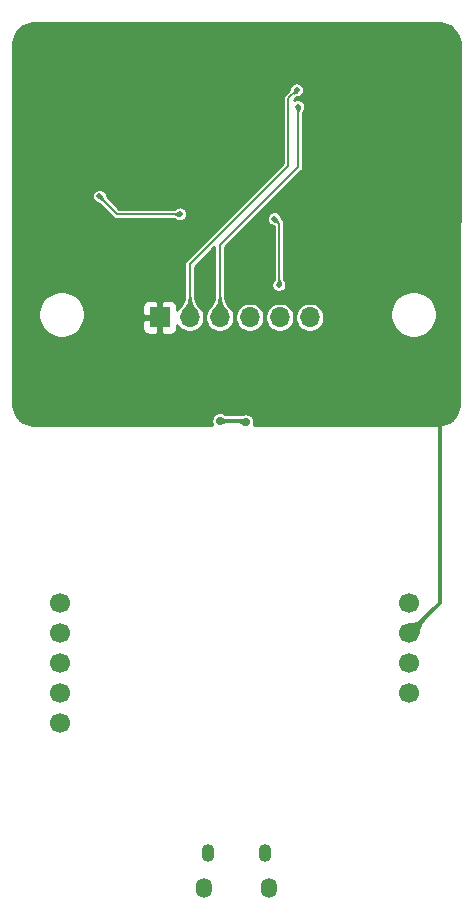
<source format=gbr>
G04 #@! TF.GenerationSoftware,KiCad,Pcbnew,(5.1.6)-1*
G04 #@! TF.CreationDate,2020-07-08T21:36:35-04:00*
G04 #@! TF.ProjectId,co2home,636f3268-6f6d-4652-9e6b-696361645f70,rev?*
G04 #@! TF.SameCoordinates,Original*
G04 #@! TF.FileFunction,Copper,L2,Bot*
G04 #@! TF.FilePolarity,Positive*
%FSLAX46Y46*%
G04 Gerber Fmt 4.6, Leading zero omitted, Abs format (unit mm)*
G04 Created by KiCad (PCBNEW (5.1.6)-1) date 2020-07-08 21:36:35*
%MOMM*%
%LPD*%
G01*
G04 APERTURE LIST*
G04 #@! TA.AperFunction,ComponentPad*
%ADD10O,1.700000X1.700000*%
G04 #@! TD*
G04 #@! TA.AperFunction,ComponentPad*
%ADD11R,1.700000X1.700000*%
G04 #@! TD*
G04 #@! TA.AperFunction,ComponentPad*
%ADD12O,1.350000X1.700000*%
G04 #@! TD*
G04 #@! TA.AperFunction,ComponentPad*
%ADD13O,1.100000X1.500000*%
G04 #@! TD*
G04 #@! TA.AperFunction,ComponentPad*
%ADD14C,1.700000*%
G04 #@! TD*
G04 #@! TA.AperFunction,ViaPad*
%ADD15C,0.508000*%
G04 #@! TD*
G04 #@! TA.AperFunction,ViaPad*
%ADD16C,0.700000*%
G04 #@! TD*
G04 #@! TA.AperFunction,Conductor*
%ADD17C,0.152400*%
G04 #@! TD*
G04 #@! TA.AperFunction,Conductor*
%ADD18C,0.300000*%
G04 #@! TD*
G04 #@! TA.AperFunction,Conductor*
%ADD19C,0.254000*%
G04 #@! TD*
G04 #@! TA.AperFunction,Conductor*
%ADD20C,0.025400*%
G04 #@! TD*
G04 APERTURE END LIST*
D10*
X141225000Y-56150000D03*
X138685000Y-56150000D03*
X136145000Y-56150000D03*
X133605000Y-56150000D03*
X131065000Y-56150000D03*
D11*
X128525000Y-56150000D03*
D12*
X137755000Y-104470000D03*
X132295000Y-104470000D03*
D13*
X137445000Y-101470000D03*
X132605000Y-101470000D03*
D14*
X149660000Y-87960000D03*
X149660000Y-85420000D03*
X149660000Y-82880000D03*
X149660000Y-80340000D03*
X120120000Y-90500000D03*
X120120000Y-87960000D03*
X120120000Y-85420000D03*
X120120000Y-82880000D03*
X120120000Y-80340000D03*
D15*
X140225000Y-38300000D03*
X140125000Y-36900000D03*
D16*
X133625000Y-64900000D03*
X135825002Y-65000000D03*
X152225000Y-63800000D03*
X140925000Y-61000000D03*
X128325000Y-63800000D03*
X120025000Y-33500000D03*
X130325000Y-34500000D03*
X133925000Y-36100000D03*
X129225000Y-52300000D03*
X125325000Y-56900000D03*
X147625000Y-33400000D03*
X139325000Y-33600000D03*
D15*
X138625000Y-53400000D03*
X138225000Y-47800000D03*
X130225000Y-47400000D03*
X123425000Y-45900000D03*
D17*
X140225000Y-43400000D02*
X140225000Y-38300000D01*
X133605000Y-56150000D02*
X133605000Y-50020000D01*
X133605000Y-50020000D02*
X140225000Y-43400000D01*
X139425000Y-37600000D02*
X140125000Y-36900000D01*
X131065000Y-56150000D02*
X131065000Y-51660000D01*
X139425000Y-43300000D02*
X139425000Y-37600000D01*
X131065000Y-51660000D02*
X139425000Y-43300000D01*
D18*
X133625000Y-64900000D02*
X135725002Y-64900000D01*
X135725002Y-64900000D02*
X135825002Y-65000000D01*
X149660000Y-82880000D02*
X152225000Y-80315000D01*
X152225000Y-80315000D02*
X152225000Y-63800000D01*
X128525000Y-56150000D02*
X128525000Y-53000000D01*
X128525000Y-53000000D02*
X129225000Y-52300000D01*
D17*
X138625000Y-53400000D02*
X138625000Y-48200000D01*
X138625000Y-48200000D02*
X138225000Y-47800000D01*
X130225000Y-47400000D02*
X124925000Y-47400000D01*
X124925000Y-47400000D02*
X123425000Y-45900000D01*
D19*
G36*
X152338841Y-31246422D02*
G01*
X152600150Y-31303320D01*
X152850698Y-31396864D01*
X153085362Y-31525142D01*
X153299360Y-31685539D01*
X153488330Y-31874784D01*
X153648414Y-32089016D01*
X153776350Y-32323868D01*
X153869528Y-32574550D01*
X153926048Y-32835950D01*
X153945073Y-33107269D01*
X153900918Y-63398196D01*
X153881173Y-63668965D01*
X153824101Y-63929742D01*
X153730535Y-64179739D01*
X153602369Y-64413907D01*
X153442212Y-64627467D01*
X153253318Y-64816086D01*
X153039521Y-64975934D01*
X152805175Y-65103755D01*
X152555032Y-65196959D01*
X152294177Y-65253651D01*
X152023382Y-65273000D01*
X136503150Y-65273000D01*
X136527910Y-65213225D01*
X136556002Y-65071997D01*
X136556002Y-64928003D01*
X136527910Y-64786775D01*
X136472806Y-64653742D01*
X136392807Y-64534015D01*
X136290987Y-64432195D01*
X136171260Y-64352196D01*
X136038227Y-64297092D01*
X135896999Y-64269000D01*
X135753005Y-64269000D01*
X135611777Y-64297092D01*
X135478744Y-64352196D01*
X135453595Y-64369000D01*
X134127790Y-64369000D01*
X134090985Y-64332195D01*
X133971258Y-64252196D01*
X133838225Y-64197092D01*
X133696997Y-64169000D01*
X133553003Y-64169000D01*
X133411775Y-64197092D01*
X133278742Y-64252196D01*
X133159015Y-64332195D01*
X133057195Y-64434015D01*
X132977196Y-64553742D01*
X132922092Y-64686775D01*
X132894000Y-64828003D01*
X132894000Y-64971997D01*
X132922092Y-65113225D01*
X132977196Y-65246258D01*
X132995064Y-65273000D01*
X117967762Y-65273000D01*
X117696658Y-65253605D01*
X117435519Y-65196785D01*
X117185119Y-65103366D01*
X116950578Y-64975263D01*
X116736652Y-64815070D01*
X116547711Y-64626059D01*
X116387599Y-64412079D01*
X116259578Y-64177488D01*
X116166252Y-63927057D01*
X116109527Y-63665899D01*
X116090231Y-63394774D01*
X116093033Y-55704889D01*
X118244000Y-55704889D01*
X118244000Y-56095111D01*
X118320129Y-56477836D01*
X118469461Y-56838355D01*
X118686257Y-57162814D01*
X118962186Y-57438743D01*
X119286645Y-57655539D01*
X119647164Y-57804871D01*
X120029889Y-57881000D01*
X120420111Y-57881000D01*
X120802836Y-57804871D01*
X121163355Y-57655539D01*
X121487814Y-57438743D01*
X121763743Y-57162814D01*
X121872531Y-57000000D01*
X127036928Y-57000000D01*
X127049188Y-57124482D01*
X127085498Y-57244180D01*
X127144463Y-57354494D01*
X127223815Y-57451185D01*
X127320506Y-57530537D01*
X127430820Y-57589502D01*
X127550518Y-57625812D01*
X127675000Y-57638072D01*
X128239250Y-57635000D01*
X128398000Y-57476250D01*
X128398000Y-56277000D01*
X127198750Y-56277000D01*
X127040000Y-56435750D01*
X127036928Y-57000000D01*
X121872531Y-57000000D01*
X121980539Y-56838355D01*
X122129871Y-56477836D01*
X122206000Y-56095111D01*
X122206000Y-55704889D01*
X122129871Y-55322164D01*
X122120691Y-55300000D01*
X127036928Y-55300000D01*
X127040000Y-55864250D01*
X127198750Y-56023000D01*
X128398000Y-56023000D01*
X128398000Y-54823750D01*
X128652000Y-54823750D01*
X128652000Y-56023000D01*
X128672000Y-56023000D01*
X128672000Y-56277000D01*
X128652000Y-56277000D01*
X128652000Y-57476250D01*
X128810750Y-57635000D01*
X129375000Y-57638072D01*
X129499482Y-57625812D01*
X129619180Y-57589502D01*
X129729494Y-57530537D01*
X129826185Y-57451185D01*
X129905537Y-57354494D01*
X129964502Y-57244180D01*
X130000812Y-57124482D01*
X130013072Y-57000000D01*
X130011927Y-56789706D01*
X130108820Y-56934717D01*
X130280283Y-57106180D01*
X130481903Y-57240898D01*
X130705931Y-57333693D01*
X130943757Y-57381000D01*
X131186243Y-57381000D01*
X131424069Y-57333693D01*
X131648097Y-57240898D01*
X131849717Y-57106180D01*
X132021180Y-56934717D01*
X132155898Y-56733097D01*
X132248693Y-56509069D01*
X132296000Y-56271243D01*
X132296000Y-56028757D01*
X132248693Y-55790931D01*
X132155898Y-55566903D01*
X132021180Y-55365283D01*
X131896120Y-55240223D01*
X131895541Y-55239477D01*
X131896306Y-55238807D01*
X131813574Y-55144295D01*
X131749087Y-55057641D01*
X131693303Y-54968240D01*
X131645681Y-54875496D01*
X131605971Y-54778992D01*
X131574012Y-54678208D01*
X131549716Y-54572326D01*
X131533229Y-54460849D01*
X131523889Y-54330717D01*
X131523027Y-54330779D01*
X131522200Y-54324392D01*
X131522200Y-51849377D01*
X133147801Y-50223776D01*
X133147800Y-54324990D01*
X133147025Y-54330782D01*
X133146112Y-54330716D01*
X133136773Y-54460838D01*
X133120284Y-54572326D01*
X133095988Y-54678208D01*
X133064029Y-54778992D01*
X133024319Y-54875496D01*
X132976697Y-54968240D01*
X132920913Y-55057641D01*
X132856426Y-55144295D01*
X132773694Y-55238807D01*
X132774097Y-55239160D01*
X132769795Y-55244308D01*
X132648820Y-55365283D01*
X132514102Y-55566903D01*
X132421307Y-55790931D01*
X132374000Y-56028757D01*
X132374000Y-56271243D01*
X132421307Y-56509069D01*
X132514102Y-56733097D01*
X132648820Y-56934717D01*
X132820283Y-57106180D01*
X133021903Y-57240898D01*
X133245931Y-57333693D01*
X133483757Y-57381000D01*
X133726243Y-57381000D01*
X133964069Y-57333693D01*
X134188097Y-57240898D01*
X134389717Y-57106180D01*
X134561180Y-56934717D01*
X134695898Y-56733097D01*
X134788693Y-56509069D01*
X134836000Y-56271243D01*
X134836000Y-56028757D01*
X134914000Y-56028757D01*
X134914000Y-56271243D01*
X134961307Y-56509069D01*
X135054102Y-56733097D01*
X135188820Y-56934717D01*
X135360283Y-57106180D01*
X135561903Y-57240898D01*
X135785931Y-57333693D01*
X136023757Y-57381000D01*
X136266243Y-57381000D01*
X136504069Y-57333693D01*
X136728097Y-57240898D01*
X136929717Y-57106180D01*
X137101180Y-56934717D01*
X137235898Y-56733097D01*
X137328693Y-56509069D01*
X137376000Y-56271243D01*
X137376000Y-56028757D01*
X137454000Y-56028757D01*
X137454000Y-56271243D01*
X137501307Y-56509069D01*
X137594102Y-56733097D01*
X137728820Y-56934717D01*
X137900283Y-57106180D01*
X138101903Y-57240898D01*
X138325931Y-57333693D01*
X138563757Y-57381000D01*
X138806243Y-57381000D01*
X139044069Y-57333693D01*
X139268097Y-57240898D01*
X139469717Y-57106180D01*
X139641180Y-56934717D01*
X139775898Y-56733097D01*
X139868693Y-56509069D01*
X139916000Y-56271243D01*
X139916000Y-56028757D01*
X139994000Y-56028757D01*
X139994000Y-56271243D01*
X140041307Y-56509069D01*
X140134102Y-56733097D01*
X140268820Y-56934717D01*
X140440283Y-57106180D01*
X140641903Y-57240898D01*
X140865931Y-57333693D01*
X141103757Y-57381000D01*
X141346243Y-57381000D01*
X141584069Y-57333693D01*
X141808097Y-57240898D01*
X142009717Y-57106180D01*
X142181180Y-56934717D01*
X142315898Y-56733097D01*
X142408693Y-56509069D01*
X142456000Y-56271243D01*
X142456000Y-56028757D01*
X142408693Y-55790931D01*
X142373054Y-55704889D01*
X148044000Y-55704889D01*
X148044000Y-56095111D01*
X148120129Y-56477836D01*
X148269461Y-56838355D01*
X148486257Y-57162814D01*
X148762186Y-57438743D01*
X149086645Y-57655539D01*
X149447164Y-57804871D01*
X149829889Y-57881000D01*
X150220111Y-57881000D01*
X150602836Y-57804871D01*
X150963355Y-57655539D01*
X151287814Y-57438743D01*
X151563743Y-57162814D01*
X151780539Y-56838355D01*
X151929871Y-56477836D01*
X152006000Y-56095111D01*
X152006000Y-55704889D01*
X151929871Y-55322164D01*
X151780539Y-54961645D01*
X151563743Y-54637186D01*
X151287814Y-54361257D01*
X150963355Y-54144461D01*
X150602836Y-53995129D01*
X150220111Y-53919000D01*
X149829889Y-53919000D01*
X149447164Y-53995129D01*
X149086645Y-54144461D01*
X148762186Y-54361257D01*
X148486257Y-54637186D01*
X148269461Y-54961645D01*
X148120129Y-55322164D01*
X148044000Y-55704889D01*
X142373054Y-55704889D01*
X142315898Y-55566903D01*
X142181180Y-55365283D01*
X142009717Y-55193820D01*
X141808097Y-55059102D01*
X141584069Y-54966307D01*
X141346243Y-54919000D01*
X141103757Y-54919000D01*
X140865931Y-54966307D01*
X140641903Y-55059102D01*
X140440283Y-55193820D01*
X140268820Y-55365283D01*
X140134102Y-55566903D01*
X140041307Y-55790931D01*
X139994000Y-56028757D01*
X139916000Y-56028757D01*
X139868693Y-55790931D01*
X139775898Y-55566903D01*
X139641180Y-55365283D01*
X139469717Y-55193820D01*
X139268097Y-55059102D01*
X139044069Y-54966307D01*
X138806243Y-54919000D01*
X138563757Y-54919000D01*
X138325931Y-54966307D01*
X138101903Y-55059102D01*
X137900283Y-55193820D01*
X137728820Y-55365283D01*
X137594102Y-55566903D01*
X137501307Y-55790931D01*
X137454000Y-56028757D01*
X137376000Y-56028757D01*
X137328693Y-55790931D01*
X137235898Y-55566903D01*
X137101180Y-55365283D01*
X136929717Y-55193820D01*
X136728097Y-55059102D01*
X136504069Y-54966307D01*
X136266243Y-54919000D01*
X136023757Y-54919000D01*
X135785931Y-54966307D01*
X135561903Y-55059102D01*
X135360283Y-55193820D01*
X135188820Y-55365283D01*
X135054102Y-55566903D01*
X134961307Y-55790931D01*
X134914000Y-56028757D01*
X134836000Y-56028757D01*
X134788693Y-55790931D01*
X134695898Y-55566903D01*
X134561180Y-55365283D01*
X134436120Y-55240223D01*
X134435541Y-55239477D01*
X134436306Y-55238807D01*
X134353574Y-55144295D01*
X134289087Y-55057641D01*
X134233303Y-54968240D01*
X134185681Y-54875496D01*
X134145971Y-54778992D01*
X134114012Y-54678208D01*
X134089716Y-54572326D01*
X134073229Y-54460849D01*
X134063889Y-54330717D01*
X134063027Y-54330779D01*
X134062200Y-54324392D01*
X134062200Y-50209377D01*
X136534119Y-47737458D01*
X137590000Y-47737458D01*
X137590000Y-47862542D01*
X137614403Y-47985223D01*
X137662271Y-48100785D01*
X137731764Y-48204789D01*
X137820211Y-48293236D01*
X137924215Y-48362729D01*
X138039777Y-48410597D01*
X138162458Y-48435000D01*
X138167801Y-48435000D01*
X138167800Y-52959175D01*
X138131764Y-52995211D01*
X138062271Y-53099215D01*
X138014403Y-53214777D01*
X137990000Y-53337458D01*
X137990000Y-53462542D01*
X138014403Y-53585223D01*
X138062271Y-53700785D01*
X138131764Y-53804789D01*
X138220211Y-53893236D01*
X138324215Y-53962729D01*
X138439777Y-54010597D01*
X138562458Y-54035000D01*
X138687542Y-54035000D01*
X138810223Y-54010597D01*
X138925785Y-53962729D01*
X139029789Y-53893236D01*
X139118236Y-53804789D01*
X139187729Y-53700785D01*
X139235597Y-53585223D01*
X139260000Y-53462542D01*
X139260000Y-53337458D01*
X139235597Y-53214777D01*
X139187729Y-53099215D01*
X139118236Y-52995211D01*
X139082200Y-52959175D01*
X139082200Y-48222449D01*
X139084411Y-48199999D01*
X139082200Y-48177549D01*
X139082200Y-48177540D01*
X139075585Y-48110373D01*
X139049441Y-48024191D01*
X139023581Y-47975809D01*
X139006987Y-47944763D01*
X138964170Y-47892592D01*
X138949853Y-47875147D01*
X138932408Y-47860830D01*
X138860000Y-47788422D01*
X138860000Y-47737458D01*
X138835597Y-47614777D01*
X138787729Y-47499215D01*
X138718236Y-47395211D01*
X138629789Y-47306764D01*
X138525785Y-47237271D01*
X138410223Y-47189403D01*
X138287542Y-47165000D01*
X138162458Y-47165000D01*
X138039777Y-47189403D01*
X137924215Y-47237271D01*
X137820211Y-47306764D01*
X137731764Y-47395211D01*
X137662271Y-47499215D01*
X137614403Y-47614777D01*
X137590000Y-47737458D01*
X136534119Y-47737458D01*
X140532409Y-43739169D01*
X140549853Y-43724853D01*
X140606987Y-43655236D01*
X140649441Y-43575809D01*
X140675585Y-43489627D01*
X140682200Y-43422460D01*
X140682200Y-43422450D01*
X140684411Y-43400000D01*
X140682200Y-43377550D01*
X140682200Y-38740825D01*
X140718236Y-38704789D01*
X140787729Y-38600785D01*
X140835597Y-38485223D01*
X140860000Y-38362542D01*
X140860000Y-38237458D01*
X140835597Y-38114777D01*
X140787729Y-37999215D01*
X140718236Y-37895211D01*
X140629789Y-37806764D01*
X140525785Y-37737271D01*
X140410223Y-37689403D01*
X140287542Y-37665000D01*
X140162458Y-37665000D01*
X140039777Y-37689403D01*
X139941442Y-37730135D01*
X140136578Y-37535000D01*
X140187542Y-37535000D01*
X140310223Y-37510597D01*
X140425785Y-37462729D01*
X140529789Y-37393236D01*
X140618236Y-37304789D01*
X140687729Y-37200785D01*
X140735597Y-37085223D01*
X140760000Y-36962542D01*
X140760000Y-36837458D01*
X140735597Y-36714777D01*
X140687729Y-36599215D01*
X140618236Y-36495211D01*
X140529789Y-36406764D01*
X140425785Y-36337271D01*
X140310223Y-36289403D01*
X140187542Y-36265000D01*
X140062458Y-36265000D01*
X139939777Y-36289403D01*
X139824215Y-36337271D01*
X139720211Y-36406764D01*
X139631764Y-36495211D01*
X139562271Y-36599215D01*
X139514403Y-36714777D01*
X139490000Y-36837458D01*
X139490000Y-36888422D01*
X139117592Y-37260831D01*
X139100148Y-37275147D01*
X139085831Y-37292592D01*
X139085830Y-37292593D01*
X139043013Y-37344765D01*
X139000560Y-37424191D01*
X138974416Y-37510374D01*
X138965589Y-37600000D01*
X138967801Y-37622460D01*
X138967800Y-43110622D01*
X130757593Y-51320830D01*
X130740148Y-51335147D01*
X130725831Y-51352592D01*
X130725830Y-51352593D01*
X130683013Y-51404765D01*
X130640560Y-51484191D01*
X130614416Y-51570374D01*
X130605589Y-51660000D01*
X130607801Y-51682460D01*
X130607800Y-54324989D01*
X130607025Y-54330782D01*
X130606112Y-54330716D01*
X130596773Y-54460838D01*
X130580284Y-54572326D01*
X130555988Y-54678208D01*
X130524029Y-54778992D01*
X130484319Y-54875496D01*
X130436697Y-54968240D01*
X130380913Y-55057641D01*
X130316426Y-55144295D01*
X130233694Y-55238807D01*
X130234097Y-55239160D01*
X130229795Y-55244308D01*
X130108820Y-55365283D01*
X130011927Y-55510294D01*
X130013072Y-55300000D01*
X130000812Y-55175518D01*
X129964502Y-55055820D01*
X129905537Y-54945506D01*
X129826185Y-54848815D01*
X129729494Y-54769463D01*
X129619180Y-54710498D01*
X129499482Y-54674188D01*
X129375000Y-54661928D01*
X128810750Y-54665000D01*
X128652000Y-54823750D01*
X128398000Y-54823750D01*
X128239250Y-54665000D01*
X127675000Y-54661928D01*
X127550518Y-54674188D01*
X127430820Y-54710498D01*
X127320506Y-54769463D01*
X127223815Y-54848815D01*
X127144463Y-54945506D01*
X127085498Y-55055820D01*
X127049188Y-55175518D01*
X127036928Y-55300000D01*
X122120691Y-55300000D01*
X121980539Y-54961645D01*
X121763743Y-54637186D01*
X121487814Y-54361257D01*
X121163355Y-54144461D01*
X120802836Y-53995129D01*
X120420111Y-53919000D01*
X120029889Y-53919000D01*
X119647164Y-53995129D01*
X119286645Y-54144461D01*
X118962186Y-54361257D01*
X118686257Y-54637186D01*
X118469461Y-54961645D01*
X118320129Y-55322164D01*
X118244000Y-55704889D01*
X116093033Y-55704889D01*
X116096628Y-45837458D01*
X122790000Y-45837458D01*
X122790000Y-45962542D01*
X122814403Y-46085223D01*
X122862271Y-46200785D01*
X122931764Y-46304789D01*
X123020211Y-46393236D01*
X123124215Y-46462729D01*
X123239777Y-46510597D01*
X123362458Y-46535000D01*
X123413423Y-46535000D01*
X124585830Y-47707408D01*
X124600147Y-47724853D01*
X124617592Y-47739170D01*
X124669763Y-47781987D01*
X124703464Y-47800000D01*
X124749191Y-47824441D01*
X124835373Y-47850585D01*
X124902540Y-47857200D01*
X124902549Y-47857200D01*
X124924999Y-47859411D01*
X124947449Y-47857200D01*
X129784175Y-47857200D01*
X129820211Y-47893236D01*
X129924215Y-47962729D01*
X130039777Y-48010597D01*
X130162458Y-48035000D01*
X130287542Y-48035000D01*
X130410223Y-48010597D01*
X130525785Y-47962729D01*
X130629789Y-47893236D01*
X130718236Y-47804789D01*
X130787729Y-47700785D01*
X130835597Y-47585223D01*
X130860000Y-47462542D01*
X130860000Y-47337458D01*
X130835597Y-47214777D01*
X130787729Y-47099215D01*
X130718236Y-46995211D01*
X130629789Y-46906764D01*
X130525785Y-46837271D01*
X130410223Y-46789403D01*
X130287542Y-46765000D01*
X130162458Y-46765000D01*
X130039777Y-46789403D01*
X129924215Y-46837271D01*
X129820211Y-46906764D01*
X129784175Y-46942800D01*
X125114378Y-46942800D01*
X124060000Y-45888423D01*
X124060000Y-45837458D01*
X124035597Y-45714777D01*
X123987729Y-45599215D01*
X123918236Y-45495211D01*
X123829789Y-45406764D01*
X123725785Y-45337271D01*
X123610223Y-45289403D01*
X123487542Y-45265000D01*
X123362458Y-45265000D01*
X123239777Y-45289403D01*
X123124215Y-45337271D01*
X123020211Y-45406764D01*
X122931764Y-45495211D01*
X122862271Y-45599215D01*
X122814403Y-45714777D01*
X122790000Y-45837458D01*
X116096628Y-45837458D01*
X116101269Y-33103848D01*
X116120745Y-32832877D01*
X116177609Y-32571872D01*
X116271033Y-32321609D01*
X116399111Y-32087188D01*
X116559239Y-31873378D01*
X116748164Y-31684523D01*
X116962035Y-31524471D01*
X117196504Y-31396476D01*
X117446793Y-31303147D01*
X117707821Y-31246377D01*
X117978812Y-31227000D01*
X152067539Y-31227000D01*
X152338841Y-31246422D01*
G37*
X152338841Y-31246422D02*
X152600150Y-31303320D01*
X152850698Y-31396864D01*
X153085362Y-31525142D01*
X153299360Y-31685539D01*
X153488330Y-31874784D01*
X153648414Y-32089016D01*
X153776350Y-32323868D01*
X153869528Y-32574550D01*
X153926048Y-32835950D01*
X153945073Y-33107269D01*
X153900918Y-63398196D01*
X153881173Y-63668965D01*
X153824101Y-63929742D01*
X153730535Y-64179739D01*
X153602369Y-64413907D01*
X153442212Y-64627467D01*
X153253318Y-64816086D01*
X153039521Y-64975934D01*
X152805175Y-65103755D01*
X152555032Y-65196959D01*
X152294177Y-65253651D01*
X152023382Y-65273000D01*
X136503150Y-65273000D01*
X136527910Y-65213225D01*
X136556002Y-65071997D01*
X136556002Y-64928003D01*
X136527910Y-64786775D01*
X136472806Y-64653742D01*
X136392807Y-64534015D01*
X136290987Y-64432195D01*
X136171260Y-64352196D01*
X136038227Y-64297092D01*
X135896999Y-64269000D01*
X135753005Y-64269000D01*
X135611777Y-64297092D01*
X135478744Y-64352196D01*
X135453595Y-64369000D01*
X134127790Y-64369000D01*
X134090985Y-64332195D01*
X133971258Y-64252196D01*
X133838225Y-64197092D01*
X133696997Y-64169000D01*
X133553003Y-64169000D01*
X133411775Y-64197092D01*
X133278742Y-64252196D01*
X133159015Y-64332195D01*
X133057195Y-64434015D01*
X132977196Y-64553742D01*
X132922092Y-64686775D01*
X132894000Y-64828003D01*
X132894000Y-64971997D01*
X132922092Y-65113225D01*
X132977196Y-65246258D01*
X132995064Y-65273000D01*
X117967762Y-65273000D01*
X117696658Y-65253605D01*
X117435519Y-65196785D01*
X117185119Y-65103366D01*
X116950578Y-64975263D01*
X116736652Y-64815070D01*
X116547711Y-64626059D01*
X116387599Y-64412079D01*
X116259578Y-64177488D01*
X116166252Y-63927057D01*
X116109527Y-63665899D01*
X116090231Y-63394774D01*
X116093033Y-55704889D01*
X118244000Y-55704889D01*
X118244000Y-56095111D01*
X118320129Y-56477836D01*
X118469461Y-56838355D01*
X118686257Y-57162814D01*
X118962186Y-57438743D01*
X119286645Y-57655539D01*
X119647164Y-57804871D01*
X120029889Y-57881000D01*
X120420111Y-57881000D01*
X120802836Y-57804871D01*
X121163355Y-57655539D01*
X121487814Y-57438743D01*
X121763743Y-57162814D01*
X121872531Y-57000000D01*
X127036928Y-57000000D01*
X127049188Y-57124482D01*
X127085498Y-57244180D01*
X127144463Y-57354494D01*
X127223815Y-57451185D01*
X127320506Y-57530537D01*
X127430820Y-57589502D01*
X127550518Y-57625812D01*
X127675000Y-57638072D01*
X128239250Y-57635000D01*
X128398000Y-57476250D01*
X128398000Y-56277000D01*
X127198750Y-56277000D01*
X127040000Y-56435750D01*
X127036928Y-57000000D01*
X121872531Y-57000000D01*
X121980539Y-56838355D01*
X122129871Y-56477836D01*
X122206000Y-56095111D01*
X122206000Y-55704889D01*
X122129871Y-55322164D01*
X122120691Y-55300000D01*
X127036928Y-55300000D01*
X127040000Y-55864250D01*
X127198750Y-56023000D01*
X128398000Y-56023000D01*
X128398000Y-54823750D01*
X128652000Y-54823750D01*
X128652000Y-56023000D01*
X128672000Y-56023000D01*
X128672000Y-56277000D01*
X128652000Y-56277000D01*
X128652000Y-57476250D01*
X128810750Y-57635000D01*
X129375000Y-57638072D01*
X129499482Y-57625812D01*
X129619180Y-57589502D01*
X129729494Y-57530537D01*
X129826185Y-57451185D01*
X129905537Y-57354494D01*
X129964502Y-57244180D01*
X130000812Y-57124482D01*
X130013072Y-57000000D01*
X130011927Y-56789706D01*
X130108820Y-56934717D01*
X130280283Y-57106180D01*
X130481903Y-57240898D01*
X130705931Y-57333693D01*
X130943757Y-57381000D01*
X131186243Y-57381000D01*
X131424069Y-57333693D01*
X131648097Y-57240898D01*
X131849717Y-57106180D01*
X132021180Y-56934717D01*
X132155898Y-56733097D01*
X132248693Y-56509069D01*
X132296000Y-56271243D01*
X132296000Y-56028757D01*
X132248693Y-55790931D01*
X132155898Y-55566903D01*
X132021180Y-55365283D01*
X131896120Y-55240223D01*
X131895541Y-55239477D01*
X131896306Y-55238807D01*
X131813574Y-55144295D01*
X131749087Y-55057641D01*
X131693303Y-54968240D01*
X131645681Y-54875496D01*
X131605971Y-54778992D01*
X131574012Y-54678208D01*
X131549716Y-54572326D01*
X131533229Y-54460849D01*
X131523889Y-54330717D01*
X131523027Y-54330779D01*
X131522200Y-54324392D01*
X131522200Y-51849377D01*
X133147801Y-50223776D01*
X133147800Y-54324990D01*
X133147025Y-54330782D01*
X133146112Y-54330716D01*
X133136773Y-54460838D01*
X133120284Y-54572326D01*
X133095988Y-54678208D01*
X133064029Y-54778992D01*
X133024319Y-54875496D01*
X132976697Y-54968240D01*
X132920913Y-55057641D01*
X132856426Y-55144295D01*
X132773694Y-55238807D01*
X132774097Y-55239160D01*
X132769795Y-55244308D01*
X132648820Y-55365283D01*
X132514102Y-55566903D01*
X132421307Y-55790931D01*
X132374000Y-56028757D01*
X132374000Y-56271243D01*
X132421307Y-56509069D01*
X132514102Y-56733097D01*
X132648820Y-56934717D01*
X132820283Y-57106180D01*
X133021903Y-57240898D01*
X133245931Y-57333693D01*
X133483757Y-57381000D01*
X133726243Y-57381000D01*
X133964069Y-57333693D01*
X134188097Y-57240898D01*
X134389717Y-57106180D01*
X134561180Y-56934717D01*
X134695898Y-56733097D01*
X134788693Y-56509069D01*
X134836000Y-56271243D01*
X134836000Y-56028757D01*
X134914000Y-56028757D01*
X134914000Y-56271243D01*
X134961307Y-56509069D01*
X135054102Y-56733097D01*
X135188820Y-56934717D01*
X135360283Y-57106180D01*
X135561903Y-57240898D01*
X135785931Y-57333693D01*
X136023757Y-57381000D01*
X136266243Y-57381000D01*
X136504069Y-57333693D01*
X136728097Y-57240898D01*
X136929717Y-57106180D01*
X137101180Y-56934717D01*
X137235898Y-56733097D01*
X137328693Y-56509069D01*
X137376000Y-56271243D01*
X137376000Y-56028757D01*
X137454000Y-56028757D01*
X137454000Y-56271243D01*
X137501307Y-56509069D01*
X137594102Y-56733097D01*
X137728820Y-56934717D01*
X137900283Y-57106180D01*
X138101903Y-57240898D01*
X138325931Y-57333693D01*
X138563757Y-57381000D01*
X138806243Y-57381000D01*
X139044069Y-57333693D01*
X139268097Y-57240898D01*
X139469717Y-57106180D01*
X139641180Y-56934717D01*
X139775898Y-56733097D01*
X139868693Y-56509069D01*
X139916000Y-56271243D01*
X139916000Y-56028757D01*
X139994000Y-56028757D01*
X139994000Y-56271243D01*
X140041307Y-56509069D01*
X140134102Y-56733097D01*
X140268820Y-56934717D01*
X140440283Y-57106180D01*
X140641903Y-57240898D01*
X140865931Y-57333693D01*
X141103757Y-57381000D01*
X141346243Y-57381000D01*
X141584069Y-57333693D01*
X141808097Y-57240898D01*
X142009717Y-57106180D01*
X142181180Y-56934717D01*
X142315898Y-56733097D01*
X142408693Y-56509069D01*
X142456000Y-56271243D01*
X142456000Y-56028757D01*
X142408693Y-55790931D01*
X142373054Y-55704889D01*
X148044000Y-55704889D01*
X148044000Y-56095111D01*
X148120129Y-56477836D01*
X148269461Y-56838355D01*
X148486257Y-57162814D01*
X148762186Y-57438743D01*
X149086645Y-57655539D01*
X149447164Y-57804871D01*
X149829889Y-57881000D01*
X150220111Y-57881000D01*
X150602836Y-57804871D01*
X150963355Y-57655539D01*
X151287814Y-57438743D01*
X151563743Y-57162814D01*
X151780539Y-56838355D01*
X151929871Y-56477836D01*
X152006000Y-56095111D01*
X152006000Y-55704889D01*
X151929871Y-55322164D01*
X151780539Y-54961645D01*
X151563743Y-54637186D01*
X151287814Y-54361257D01*
X150963355Y-54144461D01*
X150602836Y-53995129D01*
X150220111Y-53919000D01*
X149829889Y-53919000D01*
X149447164Y-53995129D01*
X149086645Y-54144461D01*
X148762186Y-54361257D01*
X148486257Y-54637186D01*
X148269461Y-54961645D01*
X148120129Y-55322164D01*
X148044000Y-55704889D01*
X142373054Y-55704889D01*
X142315898Y-55566903D01*
X142181180Y-55365283D01*
X142009717Y-55193820D01*
X141808097Y-55059102D01*
X141584069Y-54966307D01*
X141346243Y-54919000D01*
X141103757Y-54919000D01*
X140865931Y-54966307D01*
X140641903Y-55059102D01*
X140440283Y-55193820D01*
X140268820Y-55365283D01*
X140134102Y-55566903D01*
X140041307Y-55790931D01*
X139994000Y-56028757D01*
X139916000Y-56028757D01*
X139868693Y-55790931D01*
X139775898Y-55566903D01*
X139641180Y-55365283D01*
X139469717Y-55193820D01*
X139268097Y-55059102D01*
X139044069Y-54966307D01*
X138806243Y-54919000D01*
X138563757Y-54919000D01*
X138325931Y-54966307D01*
X138101903Y-55059102D01*
X137900283Y-55193820D01*
X137728820Y-55365283D01*
X137594102Y-55566903D01*
X137501307Y-55790931D01*
X137454000Y-56028757D01*
X137376000Y-56028757D01*
X137328693Y-55790931D01*
X137235898Y-55566903D01*
X137101180Y-55365283D01*
X136929717Y-55193820D01*
X136728097Y-55059102D01*
X136504069Y-54966307D01*
X136266243Y-54919000D01*
X136023757Y-54919000D01*
X135785931Y-54966307D01*
X135561903Y-55059102D01*
X135360283Y-55193820D01*
X135188820Y-55365283D01*
X135054102Y-55566903D01*
X134961307Y-55790931D01*
X134914000Y-56028757D01*
X134836000Y-56028757D01*
X134788693Y-55790931D01*
X134695898Y-55566903D01*
X134561180Y-55365283D01*
X134436120Y-55240223D01*
X134435541Y-55239477D01*
X134436306Y-55238807D01*
X134353574Y-55144295D01*
X134289087Y-55057641D01*
X134233303Y-54968240D01*
X134185681Y-54875496D01*
X134145971Y-54778992D01*
X134114012Y-54678208D01*
X134089716Y-54572326D01*
X134073229Y-54460849D01*
X134063889Y-54330717D01*
X134063027Y-54330779D01*
X134062200Y-54324392D01*
X134062200Y-50209377D01*
X136534119Y-47737458D01*
X137590000Y-47737458D01*
X137590000Y-47862542D01*
X137614403Y-47985223D01*
X137662271Y-48100785D01*
X137731764Y-48204789D01*
X137820211Y-48293236D01*
X137924215Y-48362729D01*
X138039777Y-48410597D01*
X138162458Y-48435000D01*
X138167801Y-48435000D01*
X138167800Y-52959175D01*
X138131764Y-52995211D01*
X138062271Y-53099215D01*
X138014403Y-53214777D01*
X137990000Y-53337458D01*
X137990000Y-53462542D01*
X138014403Y-53585223D01*
X138062271Y-53700785D01*
X138131764Y-53804789D01*
X138220211Y-53893236D01*
X138324215Y-53962729D01*
X138439777Y-54010597D01*
X138562458Y-54035000D01*
X138687542Y-54035000D01*
X138810223Y-54010597D01*
X138925785Y-53962729D01*
X139029789Y-53893236D01*
X139118236Y-53804789D01*
X139187729Y-53700785D01*
X139235597Y-53585223D01*
X139260000Y-53462542D01*
X139260000Y-53337458D01*
X139235597Y-53214777D01*
X139187729Y-53099215D01*
X139118236Y-52995211D01*
X139082200Y-52959175D01*
X139082200Y-48222449D01*
X139084411Y-48199999D01*
X139082200Y-48177549D01*
X139082200Y-48177540D01*
X139075585Y-48110373D01*
X139049441Y-48024191D01*
X139023581Y-47975809D01*
X139006987Y-47944763D01*
X138964170Y-47892592D01*
X138949853Y-47875147D01*
X138932408Y-47860830D01*
X138860000Y-47788422D01*
X138860000Y-47737458D01*
X138835597Y-47614777D01*
X138787729Y-47499215D01*
X138718236Y-47395211D01*
X138629789Y-47306764D01*
X138525785Y-47237271D01*
X138410223Y-47189403D01*
X138287542Y-47165000D01*
X138162458Y-47165000D01*
X138039777Y-47189403D01*
X137924215Y-47237271D01*
X137820211Y-47306764D01*
X137731764Y-47395211D01*
X137662271Y-47499215D01*
X137614403Y-47614777D01*
X137590000Y-47737458D01*
X136534119Y-47737458D01*
X140532409Y-43739169D01*
X140549853Y-43724853D01*
X140606987Y-43655236D01*
X140649441Y-43575809D01*
X140675585Y-43489627D01*
X140682200Y-43422460D01*
X140682200Y-43422450D01*
X140684411Y-43400000D01*
X140682200Y-43377550D01*
X140682200Y-38740825D01*
X140718236Y-38704789D01*
X140787729Y-38600785D01*
X140835597Y-38485223D01*
X140860000Y-38362542D01*
X140860000Y-38237458D01*
X140835597Y-38114777D01*
X140787729Y-37999215D01*
X140718236Y-37895211D01*
X140629789Y-37806764D01*
X140525785Y-37737271D01*
X140410223Y-37689403D01*
X140287542Y-37665000D01*
X140162458Y-37665000D01*
X140039777Y-37689403D01*
X139941442Y-37730135D01*
X140136578Y-37535000D01*
X140187542Y-37535000D01*
X140310223Y-37510597D01*
X140425785Y-37462729D01*
X140529789Y-37393236D01*
X140618236Y-37304789D01*
X140687729Y-37200785D01*
X140735597Y-37085223D01*
X140760000Y-36962542D01*
X140760000Y-36837458D01*
X140735597Y-36714777D01*
X140687729Y-36599215D01*
X140618236Y-36495211D01*
X140529789Y-36406764D01*
X140425785Y-36337271D01*
X140310223Y-36289403D01*
X140187542Y-36265000D01*
X140062458Y-36265000D01*
X139939777Y-36289403D01*
X139824215Y-36337271D01*
X139720211Y-36406764D01*
X139631764Y-36495211D01*
X139562271Y-36599215D01*
X139514403Y-36714777D01*
X139490000Y-36837458D01*
X139490000Y-36888422D01*
X139117592Y-37260831D01*
X139100148Y-37275147D01*
X139085831Y-37292592D01*
X139085830Y-37292593D01*
X139043013Y-37344765D01*
X139000560Y-37424191D01*
X138974416Y-37510374D01*
X138965589Y-37600000D01*
X138967801Y-37622460D01*
X138967800Y-43110622D01*
X130757593Y-51320830D01*
X130740148Y-51335147D01*
X130725831Y-51352592D01*
X130725830Y-51352593D01*
X130683013Y-51404765D01*
X130640560Y-51484191D01*
X130614416Y-51570374D01*
X130605589Y-51660000D01*
X130607801Y-51682460D01*
X130607800Y-54324989D01*
X130607025Y-54330782D01*
X130606112Y-54330716D01*
X130596773Y-54460838D01*
X130580284Y-54572326D01*
X130555988Y-54678208D01*
X130524029Y-54778992D01*
X130484319Y-54875496D01*
X130436697Y-54968240D01*
X130380913Y-55057641D01*
X130316426Y-55144295D01*
X130233694Y-55238807D01*
X130234097Y-55239160D01*
X130229795Y-55244308D01*
X130108820Y-55365283D01*
X130011927Y-55510294D01*
X130013072Y-55300000D01*
X130000812Y-55175518D01*
X129964502Y-55055820D01*
X129905537Y-54945506D01*
X129826185Y-54848815D01*
X129729494Y-54769463D01*
X129619180Y-54710498D01*
X129499482Y-54674188D01*
X129375000Y-54661928D01*
X128810750Y-54665000D01*
X128652000Y-54823750D01*
X128398000Y-54823750D01*
X128239250Y-54665000D01*
X127675000Y-54661928D01*
X127550518Y-54674188D01*
X127430820Y-54710498D01*
X127320506Y-54769463D01*
X127223815Y-54848815D01*
X127144463Y-54945506D01*
X127085498Y-55055820D01*
X127049188Y-55175518D01*
X127036928Y-55300000D01*
X122120691Y-55300000D01*
X121980539Y-54961645D01*
X121763743Y-54637186D01*
X121487814Y-54361257D01*
X121163355Y-54144461D01*
X120802836Y-53995129D01*
X120420111Y-53919000D01*
X120029889Y-53919000D01*
X119647164Y-53995129D01*
X119286645Y-54144461D01*
X118962186Y-54361257D01*
X118686257Y-54637186D01*
X118469461Y-54961645D01*
X118320129Y-55322164D01*
X118244000Y-55704889D01*
X116093033Y-55704889D01*
X116096628Y-45837458D01*
X122790000Y-45837458D01*
X122790000Y-45962542D01*
X122814403Y-46085223D01*
X122862271Y-46200785D01*
X122931764Y-46304789D01*
X123020211Y-46393236D01*
X123124215Y-46462729D01*
X123239777Y-46510597D01*
X123362458Y-46535000D01*
X123413423Y-46535000D01*
X124585830Y-47707408D01*
X124600147Y-47724853D01*
X124617592Y-47739170D01*
X124669763Y-47781987D01*
X124703464Y-47800000D01*
X124749191Y-47824441D01*
X124835373Y-47850585D01*
X124902540Y-47857200D01*
X124902549Y-47857200D01*
X124924999Y-47859411D01*
X124947449Y-47857200D01*
X129784175Y-47857200D01*
X129820211Y-47893236D01*
X129924215Y-47962729D01*
X130039777Y-48010597D01*
X130162458Y-48035000D01*
X130287542Y-48035000D01*
X130410223Y-48010597D01*
X130525785Y-47962729D01*
X130629789Y-47893236D01*
X130718236Y-47804789D01*
X130787729Y-47700785D01*
X130835597Y-47585223D01*
X130860000Y-47462542D01*
X130860000Y-47337458D01*
X130835597Y-47214777D01*
X130787729Y-47099215D01*
X130718236Y-46995211D01*
X130629789Y-46906764D01*
X130525785Y-46837271D01*
X130410223Y-46789403D01*
X130287542Y-46765000D01*
X130162458Y-46765000D01*
X130039777Y-46789403D01*
X129924215Y-46837271D01*
X129820211Y-46906764D01*
X129784175Y-46942800D01*
X125114378Y-46942800D01*
X124060000Y-45888423D01*
X124060000Y-45837458D01*
X124035597Y-45714777D01*
X123987729Y-45599215D01*
X123918236Y-45495211D01*
X123829789Y-45406764D01*
X123725785Y-45337271D01*
X123610223Y-45289403D01*
X123487542Y-45265000D01*
X123362458Y-45265000D01*
X123239777Y-45289403D01*
X123124215Y-45337271D01*
X123020211Y-45406764D01*
X122931764Y-45495211D01*
X122862271Y-45599215D01*
X122814403Y-45714777D01*
X122790000Y-45837458D01*
X116096628Y-45837458D01*
X116101269Y-33103848D01*
X116120745Y-32832877D01*
X116177609Y-32571872D01*
X116271033Y-32321609D01*
X116399111Y-32087188D01*
X116559239Y-31873378D01*
X116748164Y-31684523D01*
X116962035Y-31524471D01*
X117196504Y-31396476D01*
X117446793Y-31303147D01*
X117707821Y-31246377D01*
X117978812Y-31227000D01*
X152067539Y-31227000D01*
X152338841Y-31246422D01*
D20*
G36*
X140304017Y-38335480D02*
G01*
X140382679Y-38471919D01*
X140380998Y-38486177D01*
X140365301Y-38504124D01*
X140364960Y-38504530D01*
X140364825Y-38504698D01*
X140364531Y-38505079D01*
X140348410Y-38526776D01*
X140348133Y-38527164D01*
X140348063Y-38527266D01*
X140347753Y-38527740D01*
X140333599Y-38550476D01*
X140333490Y-38550654D01*
X140333475Y-38550679D01*
X140333060Y-38551426D01*
X140320883Y-38575213D01*
X140320937Y-38575241D01*
X140320437Y-38576181D01*
X140310299Y-38600906D01*
X140310126Y-38601352D01*
X140310104Y-38601412D01*
X140309917Y-38601960D01*
X140301831Y-38627566D01*
X140301695Y-38628028D01*
X140301653Y-38628181D01*
X140301519Y-38628715D01*
X140295469Y-38655203D01*
X140295370Y-38655678D01*
X140295324Y-38655922D01*
X140295239Y-38656426D01*
X140291211Y-38683800D01*
X140291150Y-38684280D01*
X140291114Y-38684612D01*
X140291072Y-38685077D01*
X140289370Y-38708921D01*
X140281476Y-38716544D01*
X140168524Y-38716544D01*
X140160630Y-38708921D01*
X140158928Y-38685077D01*
X140158886Y-38684612D01*
X140158850Y-38684280D01*
X140158789Y-38683800D01*
X140154761Y-38656427D01*
X140154678Y-38655932D01*
X140154632Y-38655687D01*
X140154531Y-38655203D01*
X140148481Y-38628715D01*
X140148347Y-38628181D01*
X140148305Y-38628028D01*
X140148168Y-38627566D01*
X140140082Y-38601961D01*
X140139919Y-38601476D01*
X140139897Y-38601415D01*
X140139701Y-38600906D01*
X140129563Y-38576182D01*
X140129468Y-38576221D01*
X140129117Y-38575212D01*
X140116940Y-38551426D01*
X140116636Y-38550867D01*
X140116621Y-38550841D01*
X140116401Y-38550475D01*
X140102247Y-38527740D01*
X140101937Y-38527266D01*
X140101867Y-38527164D01*
X140101590Y-38526776D01*
X140085469Y-38505079D01*
X140085175Y-38504698D01*
X140085040Y-38504530D01*
X140084699Y-38504124D01*
X140069002Y-38486177D01*
X140067321Y-38471919D01*
X140145983Y-38335480D01*
X140194507Y-38294729D01*
X140255493Y-38294729D01*
X140304017Y-38335480D01*
G37*
X140304017Y-38335480D02*
X140382679Y-38471919D01*
X140380998Y-38486177D01*
X140365301Y-38504124D01*
X140364960Y-38504530D01*
X140364825Y-38504698D01*
X140364531Y-38505079D01*
X140348410Y-38526776D01*
X140348133Y-38527164D01*
X140348063Y-38527266D01*
X140347753Y-38527740D01*
X140333599Y-38550476D01*
X140333490Y-38550654D01*
X140333475Y-38550679D01*
X140333060Y-38551426D01*
X140320883Y-38575213D01*
X140320937Y-38575241D01*
X140320437Y-38576181D01*
X140310299Y-38600906D01*
X140310126Y-38601352D01*
X140310104Y-38601412D01*
X140309917Y-38601960D01*
X140301831Y-38627566D01*
X140301695Y-38628028D01*
X140301653Y-38628181D01*
X140301519Y-38628715D01*
X140295469Y-38655203D01*
X140295370Y-38655678D01*
X140295324Y-38655922D01*
X140295239Y-38656426D01*
X140291211Y-38683800D01*
X140291150Y-38684280D01*
X140291114Y-38684612D01*
X140291072Y-38685077D01*
X140289370Y-38708921D01*
X140281476Y-38716544D01*
X140168524Y-38716544D01*
X140160630Y-38708921D01*
X140158928Y-38685077D01*
X140158886Y-38684612D01*
X140158850Y-38684280D01*
X140158789Y-38683800D01*
X140154761Y-38656427D01*
X140154678Y-38655932D01*
X140154632Y-38655687D01*
X140154531Y-38655203D01*
X140148481Y-38628715D01*
X140148347Y-38628181D01*
X140148305Y-38628028D01*
X140148168Y-38627566D01*
X140140082Y-38601961D01*
X140139919Y-38601476D01*
X140139897Y-38601415D01*
X140139701Y-38600906D01*
X140129563Y-38576182D01*
X140129468Y-38576221D01*
X140129117Y-38575212D01*
X140116940Y-38551426D01*
X140116636Y-38550867D01*
X140116621Y-38550841D01*
X140116401Y-38550475D01*
X140102247Y-38527740D01*
X140101937Y-38527266D01*
X140101867Y-38527164D01*
X140101590Y-38526776D01*
X140085469Y-38505079D01*
X140085175Y-38504698D01*
X140085040Y-38504530D01*
X140084699Y-38504124D01*
X140069002Y-38486177D01*
X140067321Y-38471919D01*
X140145983Y-38335480D01*
X140194507Y-38294729D01*
X140255493Y-38294729D01*
X140304017Y-38335480D01*
G36*
X133650896Y-54313276D02*
G01*
X133671197Y-54358862D01*
X133671199Y-54358900D01*
X133681503Y-54502469D01*
X133681544Y-54502933D01*
X133681723Y-54504579D01*
X133681786Y-54505064D01*
X133702359Y-54644168D01*
X133702440Y-54644654D01*
X133702665Y-54645852D01*
X133702769Y-54646348D01*
X133733672Y-54781020D01*
X133733795Y-54781512D01*
X133733994Y-54782244D01*
X133734143Y-54782751D01*
X133775448Y-54913009D01*
X133775628Y-54913535D01*
X133775725Y-54913800D01*
X133775906Y-54914268D01*
X133827689Y-55040111D01*
X133828136Y-55041079D01*
X133890294Y-55162134D01*
X133890542Y-55162593D01*
X133890640Y-55162766D01*
X133890915Y-55163229D01*
X133963165Y-55279018D01*
X133963454Y-55279460D01*
X133963836Y-55280019D01*
X133964134Y-55280436D01*
X134046425Y-55391015D01*
X134046736Y-55391417D01*
X134047453Y-55392304D01*
X134047774Y-55392685D01*
X134140067Y-55498119D01*
X134163098Y-55547334D01*
X134152160Y-55600530D01*
X133892054Y-56051683D01*
X133817549Y-56140565D01*
X133718103Y-56198020D01*
X133605000Y-56217976D01*
X133491897Y-56198020D01*
X133392451Y-56140565D01*
X133317946Y-56051683D01*
X133057840Y-55600530D01*
X133046902Y-55547334D01*
X133069933Y-55498119D01*
X133162226Y-55392685D01*
X133162547Y-55392304D01*
X133163264Y-55391417D01*
X133163575Y-55391015D01*
X133245866Y-55280436D01*
X133246164Y-55280019D01*
X133246546Y-55279460D01*
X133246835Y-55279018D01*
X133319085Y-55163229D01*
X133319360Y-55162766D01*
X133319458Y-55162593D01*
X133319706Y-55162134D01*
X133381864Y-55041079D01*
X133382311Y-55040111D01*
X133434094Y-54914268D01*
X133434275Y-54913800D01*
X133434372Y-54913535D01*
X133434552Y-54913009D01*
X133475857Y-54782751D01*
X133476006Y-54782244D01*
X133476205Y-54781512D01*
X133476328Y-54781020D01*
X133507231Y-54646348D01*
X133507335Y-54645852D01*
X133507560Y-54644654D01*
X133507641Y-54644168D01*
X133528214Y-54505064D01*
X133528277Y-54504578D01*
X133528456Y-54502931D01*
X133528497Y-54502468D01*
X133538801Y-54358900D01*
X133538803Y-54358862D01*
X133559104Y-54313276D01*
X133605000Y-54294734D01*
X133650896Y-54313276D01*
G37*
X133650896Y-54313276D02*
X133671197Y-54358862D01*
X133671199Y-54358900D01*
X133681503Y-54502469D01*
X133681544Y-54502933D01*
X133681723Y-54504579D01*
X133681786Y-54505064D01*
X133702359Y-54644168D01*
X133702440Y-54644654D01*
X133702665Y-54645852D01*
X133702769Y-54646348D01*
X133733672Y-54781020D01*
X133733795Y-54781512D01*
X133733994Y-54782244D01*
X133734143Y-54782751D01*
X133775448Y-54913009D01*
X133775628Y-54913535D01*
X133775725Y-54913800D01*
X133775906Y-54914268D01*
X133827689Y-55040111D01*
X133828136Y-55041079D01*
X133890294Y-55162134D01*
X133890542Y-55162593D01*
X133890640Y-55162766D01*
X133890915Y-55163229D01*
X133963165Y-55279018D01*
X133963454Y-55279460D01*
X133963836Y-55280019D01*
X133964134Y-55280436D01*
X134046425Y-55391015D01*
X134046736Y-55391417D01*
X134047453Y-55392304D01*
X134047774Y-55392685D01*
X134140067Y-55498119D01*
X134163098Y-55547334D01*
X134152160Y-55600530D01*
X133892054Y-56051683D01*
X133817549Y-56140565D01*
X133718103Y-56198020D01*
X133605000Y-56217976D01*
X133491897Y-56198020D01*
X133392451Y-56140565D01*
X133317946Y-56051683D01*
X133057840Y-55600530D01*
X133046902Y-55547334D01*
X133069933Y-55498119D01*
X133162226Y-55392685D01*
X133162547Y-55392304D01*
X133163264Y-55391417D01*
X133163575Y-55391015D01*
X133245866Y-55280436D01*
X133246164Y-55280019D01*
X133246546Y-55279460D01*
X133246835Y-55279018D01*
X133319085Y-55163229D01*
X133319360Y-55162766D01*
X133319458Y-55162593D01*
X133319706Y-55162134D01*
X133381864Y-55041079D01*
X133382311Y-55040111D01*
X133434094Y-54914268D01*
X133434275Y-54913800D01*
X133434372Y-54913535D01*
X133434552Y-54913009D01*
X133475857Y-54782751D01*
X133476006Y-54782244D01*
X133476205Y-54781512D01*
X133476328Y-54781020D01*
X133507231Y-54646348D01*
X133507335Y-54645852D01*
X133507560Y-54644654D01*
X133507641Y-54644168D01*
X133528214Y-54505064D01*
X133528277Y-54504578D01*
X133528456Y-54502931D01*
X133528497Y-54502468D01*
X133538801Y-54358900D01*
X133538803Y-54358862D01*
X133559104Y-54313276D01*
X133605000Y-54294734D01*
X133650896Y-54313276D01*
G36*
X140107167Y-36874713D02*
G01*
X140150287Y-36917833D01*
X140155785Y-36980963D01*
X140114931Y-37133061D01*
X140103662Y-37141953D01*
X140079869Y-37143545D01*
X140079418Y-37143584D01*
X140079204Y-37143606D01*
X140078650Y-37143675D01*
X140051909Y-37147618D01*
X140051409Y-37147702D01*
X140051287Y-37147725D01*
X140050763Y-37147835D01*
X140024678Y-37153903D01*
X140024178Y-37154030D01*
X140024149Y-37154038D01*
X140023625Y-37154195D01*
X139998195Y-37162404D01*
X139998214Y-37162462D01*
X139997194Y-37162773D01*
X139972543Y-37173087D01*
X139972000Y-37173329D01*
X139971941Y-37173357D01*
X139971527Y-37173563D01*
X139947703Y-37185951D01*
X139947252Y-37186197D01*
X139947114Y-37186276D01*
X139946669Y-37186544D01*
X139923661Y-37200996D01*
X139923230Y-37201279D01*
X139923026Y-37201419D01*
X139922635Y-37201698D01*
X139900430Y-37218206D01*
X139900050Y-37218500D01*
X139899790Y-37218709D01*
X139899429Y-37219010D01*
X139881366Y-37234667D01*
X139870393Y-37234476D01*
X139790524Y-37154607D01*
X139790333Y-37143633D01*
X139805989Y-37125570D01*
X139806290Y-37125209D01*
X139806499Y-37124949D01*
X139806793Y-37124569D01*
X139823301Y-37102365D01*
X139823597Y-37101950D01*
X139823737Y-37101745D01*
X139824003Y-37101338D01*
X139838455Y-37078330D01*
X139838723Y-37077885D01*
X139838802Y-37077747D01*
X139839048Y-37077296D01*
X139851436Y-37053472D01*
X139851642Y-37053058D01*
X139851670Y-37052999D01*
X139851912Y-37052456D01*
X139862226Y-37027805D01*
X139862539Y-37026786D01*
X139862595Y-37026804D01*
X139870804Y-37001374D01*
X139870929Y-37000962D01*
X139870937Y-37000934D01*
X139871096Y-37000322D01*
X139877164Y-36974236D01*
X139877274Y-36973712D01*
X139877297Y-36973590D01*
X139877381Y-36973090D01*
X139881324Y-36946349D01*
X139881387Y-36945853D01*
X139881410Y-36945639D01*
X139881455Y-36945129D01*
X139883046Y-36921339D01*
X139891938Y-36910069D01*
X140044038Y-36869215D01*
X140107167Y-36874713D01*
G37*
X140107167Y-36874713D02*
X140150287Y-36917833D01*
X140155785Y-36980963D01*
X140114931Y-37133061D01*
X140103662Y-37141953D01*
X140079869Y-37143545D01*
X140079418Y-37143584D01*
X140079204Y-37143606D01*
X140078650Y-37143675D01*
X140051909Y-37147618D01*
X140051409Y-37147702D01*
X140051287Y-37147725D01*
X140050763Y-37147835D01*
X140024678Y-37153903D01*
X140024178Y-37154030D01*
X140024149Y-37154038D01*
X140023625Y-37154195D01*
X139998195Y-37162404D01*
X139998214Y-37162462D01*
X139997194Y-37162773D01*
X139972543Y-37173087D01*
X139972000Y-37173329D01*
X139971941Y-37173357D01*
X139971527Y-37173563D01*
X139947703Y-37185951D01*
X139947252Y-37186197D01*
X139947114Y-37186276D01*
X139946669Y-37186544D01*
X139923661Y-37200996D01*
X139923230Y-37201279D01*
X139923026Y-37201419D01*
X139922635Y-37201698D01*
X139900430Y-37218206D01*
X139900050Y-37218500D01*
X139899790Y-37218709D01*
X139899429Y-37219010D01*
X139881366Y-37234667D01*
X139870393Y-37234476D01*
X139790524Y-37154607D01*
X139790333Y-37143633D01*
X139805989Y-37125570D01*
X139806290Y-37125209D01*
X139806499Y-37124949D01*
X139806793Y-37124569D01*
X139823301Y-37102365D01*
X139823597Y-37101950D01*
X139823737Y-37101745D01*
X139824003Y-37101338D01*
X139838455Y-37078330D01*
X139838723Y-37077885D01*
X139838802Y-37077747D01*
X139839048Y-37077296D01*
X139851436Y-37053472D01*
X139851642Y-37053058D01*
X139851670Y-37052999D01*
X139851912Y-37052456D01*
X139862226Y-37027805D01*
X139862539Y-37026786D01*
X139862595Y-37026804D01*
X139870804Y-37001374D01*
X139870929Y-37000962D01*
X139870937Y-37000934D01*
X139871096Y-37000322D01*
X139877164Y-36974236D01*
X139877274Y-36973712D01*
X139877297Y-36973590D01*
X139877381Y-36973090D01*
X139881324Y-36946349D01*
X139881387Y-36945853D01*
X139881410Y-36945639D01*
X139881455Y-36945129D01*
X139883046Y-36921339D01*
X139891938Y-36910069D01*
X140044038Y-36869215D01*
X140107167Y-36874713D01*
G36*
X131110896Y-54313276D02*
G01*
X131131197Y-54358862D01*
X131131199Y-54358900D01*
X131141503Y-54502469D01*
X131141544Y-54502933D01*
X131141723Y-54504579D01*
X131141786Y-54505064D01*
X131162359Y-54644168D01*
X131162440Y-54644654D01*
X131162665Y-54645852D01*
X131162769Y-54646348D01*
X131193672Y-54781020D01*
X131193795Y-54781512D01*
X131193994Y-54782244D01*
X131194143Y-54782751D01*
X131235448Y-54913009D01*
X131235628Y-54913535D01*
X131235725Y-54913800D01*
X131235906Y-54914268D01*
X131287689Y-55040111D01*
X131288136Y-55041079D01*
X131350294Y-55162134D01*
X131350542Y-55162593D01*
X131350640Y-55162766D01*
X131350915Y-55163229D01*
X131423165Y-55279018D01*
X131423454Y-55279460D01*
X131423836Y-55280019D01*
X131424134Y-55280436D01*
X131506425Y-55391015D01*
X131506736Y-55391417D01*
X131507453Y-55392304D01*
X131507774Y-55392685D01*
X131600067Y-55498119D01*
X131623098Y-55547334D01*
X131612160Y-55600530D01*
X131352054Y-56051683D01*
X131277549Y-56140565D01*
X131178103Y-56198020D01*
X131065000Y-56217976D01*
X130951897Y-56198020D01*
X130852451Y-56140565D01*
X130777946Y-56051683D01*
X130517840Y-55600530D01*
X130506902Y-55547334D01*
X130529933Y-55498119D01*
X130622226Y-55392685D01*
X130622547Y-55392304D01*
X130623264Y-55391417D01*
X130623575Y-55391015D01*
X130705866Y-55280436D01*
X130706164Y-55280019D01*
X130706546Y-55279460D01*
X130706835Y-55279018D01*
X130779085Y-55163229D01*
X130779360Y-55162766D01*
X130779458Y-55162593D01*
X130779706Y-55162134D01*
X130841864Y-55041079D01*
X130842311Y-55040111D01*
X130894094Y-54914268D01*
X130894275Y-54913800D01*
X130894372Y-54913535D01*
X130894552Y-54913009D01*
X130935857Y-54782751D01*
X130936006Y-54782244D01*
X130936205Y-54781512D01*
X130936328Y-54781020D01*
X130967231Y-54646348D01*
X130967335Y-54645852D01*
X130967560Y-54644654D01*
X130967641Y-54644168D01*
X130988214Y-54505064D01*
X130988277Y-54504578D01*
X130988456Y-54502931D01*
X130988497Y-54502468D01*
X130998801Y-54358900D01*
X130998803Y-54358862D01*
X131019104Y-54313276D01*
X131065000Y-54294734D01*
X131110896Y-54313276D01*
G37*
X131110896Y-54313276D02*
X131131197Y-54358862D01*
X131131199Y-54358900D01*
X131141503Y-54502469D01*
X131141544Y-54502933D01*
X131141723Y-54504579D01*
X131141786Y-54505064D01*
X131162359Y-54644168D01*
X131162440Y-54644654D01*
X131162665Y-54645852D01*
X131162769Y-54646348D01*
X131193672Y-54781020D01*
X131193795Y-54781512D01*
X131193994Y-54782244D01*
X131194143Y-54782751D01*
X131235448Y-54913009D01*
X131235628Y-54913535D01*
X131235725Y-54913800D01*
X131235906Y-54914268D01*
X131287689Y-55040111D01*
X131288136Y-55041079D01*
X131350294Y-55162134D01*
X131350542Y-55162593D01*
X131350640Y-55162766D01*
X131350915Y-55163229D01*
X131423165Y-55279018D01*
X131423454Y-55279460D01*
X131423836Y-55280019D01*
X131424134Y-55280436D01*
X131506425Y-55391015D01*
X131506736Y-55391417D01*
X131507453Y-55392304D01*
X131507774Y-55392685D01*
X131600067Y-55498119D01*
X131623098Y-55547334D01*
X131612160Y-55600530D01*
X131352054Y-56051683D01*
X131277549Y-56140565D01*
X131178103Y-56198020D01*
X131065000Y-56217976D01*
X130951897Y-56198020D01*
X130852451Y-56140565D01*
X130777946Y-56051683D01*
X130517840Y-55600530D01*
X130506902Y-55547334D01*
X130529933Y-55498119D01*
X130622226Y-55392685D01*
X130622547Y-55392304D01*
X130623264Y-55391417D01*
X130623575Y-55391015D01*
X130705866Y-55280436D01*
X130706164Y-55280019D01*
X130706546Y-55279460D01*
X130706835Y-55279018D01*
X130779085Y-55163229D01*
X130779360Y-55162766D01*
X130779458Y-55162593D01*
X130779706Y-55162134D01*
X130841864Y-55041079D01*
X130842311Y-55040111D01*
X130894094Y-54914268D01*
X130894275Y-54913800D01*
X130894372Y-54913535D01*
X130894552Y-54913009D01*
X130935857Y-54782751D01*
X130936006Y-54782244D01*
X130936205Y-54781512D01*
X130936328Y-54781020D01*
X130967231Y-54646348D01*
X130967335Y-54645852D01*
X130967560Y-54644654D01*
X130967641Y-54644168D01*
X130988214Y-54505064D01*
X130988277Y-54504578D01*
X130988456Y-54502931D01*
X130988497Y-54502468D01*
X130998801Y-54358900D01*
X130998803Y-54358862D01*
X131019104Y-54313276D01*
X131065000Y-54294734D01*
X131110896Y-54313276D01*
G36*
X133879084Y-64676177D02*
G01*
X133895695Y-64690689D01*
X133896053Y-64690990D01*
X133896201Y-64691110D01*
X133896636Y-64691447D01*
X133916978Y-64706527D01*
X133917356Y-64706797D01*
X133917442Y-64706856D01*
X133917930Y-64707175D01*
X133939267Y-64720416D01*
X133939308Y-64720441D01*
X133939321Y-64720449D01*
X133940208Y-64720947D01*
X133962551Y-64732339D01*
X133963522Y-64732784D01*
X133986742Y-64742259D01*
X133987158Y-64742420D01*
X133987226Y-64742445D01*
X133987803Y-64742642D01*
X134011870Y-64750200D01*
X134012353Y-64750341D01*
X134012508Y-64750383D01*
X134013019Y-64750510D01*
X134037934Y-64756165D01*
X134038414Y-64756264D01*
X134038655Y-64756309D01*
X134039150Y-64756392D01*
X134064916Y-64760157D01*
X134065380Y-64760216D01*
X134065702Y-64760251D01*
X134066177Y-64760293D01*
X134088358Y-64761864D01*
X134095140Y-64768885D01*
X134095140Y-65031115D01*
X134088359Y-65038135D01*
X134066178Y-65039706D01*
X134065707Y-65039748D01*
X134065384Y-65039783D01*
X134064916Y-65039842D01*
X134039150Y-65043607D01*
X134038655Y-65043690D01*
X134038414Y-65043735D01*
X134037934Y-65043834D01*
X134013020Y-65049489D01*
X134012529Y-65049611D01*
X134012373Y-65049653D01*
X134011870Y-65049799D01*
X133987804Y-65057357D01*
X133987283Y-65057534D01*
X133987214Y-65057559D01*
X133986742Y-65057740D01*
X133963522Y-65067215D01*
X133962551Y-65067660D01*
X133940208Y-65079052D01*
X133939321Y-65079550D01*
X133939308Y-65079558D01*
X133939267Y-65079583D01*
X133917930Y-65092824D01*
X133917442Y-65093143D01*
X133917356Y-65093202D01*
X133916978Y-65093472D01*
X133896636Y-65108552D01*
X133896233Y-65108863D01*
X133896084Y-65108983D01*
X133895694Y-65109310D01*
X133879082Y-65123823D01*
X133866264Y-65125333D01*
X133670268Y-65012334D01*
X133622051Y-64964161D01*
X133604849Y-64900000D01*
X133622050Y-64835840D01*
X133670270Y-64787666D01*
X133866264Y-64674667D01*
X133879084Y-64676177D01*
G37*
X133879084Y-64676177D02*
X133895695Y-64690689D01*
X133896053Y-64690990D01*
X133896201Y-64691110D01*
X133896636Y-64691447D01*
X133916978Y-64706527D01*
X133917356Y-64706797D01*
X133917442Y-64706856D01*
X133917930Y-64707175D01*
X133939267Y-64720416D01*
X133939308Y-64720441D01*
X133939321Y-64720449D01*
X133940208Y-64720947D01*
X133962551Y-64732339D01*
X133963522Y-64732784D01*
X133986742Y-64742259D01*
X133987158Y-64742420D01*
X133987226Y-64742445D01*
X133987803Y-64742642D01*
X134011870Y-64750200D01*
X134012353Y-64750341D01*
X134012508Y-64750383D01*
X134013019Y-64750510D01*
X134037934Y-64756165D01*
X134038414Y-64756264D01*
X134038655Y-64756309D01*
X134039150Y-64756392D01*
X134064916Y-64760157D01*
X134065380Y-64760216D01*
X134065702Y-64760251D01*
X134066177Y-64760293D01*
X134088358Y-64761864D01*
X134095140Y-64768885D01*
X134095140Y-65031115D01*
X134088359Y-65038135D01*
X134066178Y-65039706D01*
X134065707Y-65039748D01*
X134065384Y-65039783D01*
X134064916Y-65039842D01*
X134039150Y-65043607D01*
X134038655Y-65043690D01*
X134038414Y-65043735D01*
X134037934Y-65043834D01*
X134013020Y-65049489D01*
X134012529Y-65049611D01*
X134012373Y-65049653D01*
X134011870Y-65049799D01*
X133987804Y-65057357D01*
X133987283Y-65057534D01*
X133987214Y-65057559D01*
X133986742Y-65057740D01*
X133963522Y-65067215D01*
X133962551Y-65067660D01*
X133940208Y-65079052D01*
X133939321Y-65079550D01*
X133939308Y-65079558D01*
X133939267Y-65079583D01*
X133917930Y-65092824D01*
X133917442Y-65093143D01*
X133917356Y-65093202D01*
X133916978Y-65093472D01*
X133896636Y-65108552D01*
X133896233Y-65108863D01*
X133896084Y-65108983D01*
X133895694Y-65109310D01*
X133879082Y-65123823D01*
X133866264Y-65125333D01*
X133670268Y-65012334D01*
X133622051Y-64964161D01*
X133604849Y-64900000D01*
X133622050Y-64835840D01*
X133670270Y-64787666D01*
X133866264Y-64674667D01*
X133879084Y-64676177D01*
G36*
X135306165Y-64787088D02*
G01*
X135306499Y-64787202D01*
X135308353Y-64787805D01*
X135308764Y-64787931D01*
X135348998Y-64799528D01*
X135349406Y-64799638D01*
X135351188Y-64800088D01*
X135351686Y-64800204D01*
X135389060Y-64808054D01*
X135389558Y-64808148D01*
X135391223Y-64808429D01*
X135391833Y-64808517D01*
X135426390Y-64812636D01*
X135426999Y-64812693D01*
X135428487Y-64812798D01*
X135429223Y-64812829D01*
X135461024Y-64813224D01*
X135461757Y-64813212D01*
X135462993Y-64813156D01*
X135463867Y-64813086D01*
X135492987Y-64809742D01*
X135493852Y-64809612D01*
X135494748Y-64809446D01*
X135495732Y-64809223D01*
X135522259Y-64802089D01*
X135523232Y-64801785D01*
X135523722Y-64801610D01*
X135524752Y-64801191D01*
X135548752Y-64790166D01*
X135549802Y-64789623D01*
X135549873Y-64789582D01*
X135550811Y-64788984D01*
X135569525Y-64775869D01*
X135583608Y-64774593D01*
X135779735Y-64887667D01*
X135827951Y-64935839D01*
X135845153Y-65000000D01*
X135827951Y-65064161D01*
X135779735Y-65112334D01*
X135584355Y-65224977D01*
X135570461Y-65223331D01*
X135552754Y-65207601D01*
X135552440Y-65207332D01*
X135551572Y-65206610D01*
X135551297Y-65206388D01*
X135527758Y-65187894D01*
X135527477Y-65187679D01*
X135526525Y-65186973D01*
X135526279Y-65186795D01*
X135499876Y-65168178D01*
X135499623Y-65168004D01*
X135498603Y-65167321D01*
X135498384Y-65167178D01*
X135469106Y-65148437D01*
X135468888Y-65148300D01*
X135467811Y-65147641D01*
X135467608Y-65147520D01*
X135435443Y-65128652D01*
X135435241Y-65128536D01*
X135434117Y-65127904D01*
X135433943Y-65127807D01*
X135398886Y-65108814D01*
X135398700Y-65108716D01*
X135397534Y-65108109D01*
X135397383Y-65108031D01*
X135359426Y-65088914D01*
X135359270Y-65088837D01*
X135358072Y-65088254D01*
X135357925Y-65088184D01*
X135317063Y-65068943D01*
X135316919Y-65068876D01*
X135314169Y-65067623D01*
X135314041Y-65067566D01*
X135273922Y-65049818D01*
X135254862Y-65020898D01*
X135254862Y-64778078D01*
X135257699Y-64772699D01*
X135263799Y-64771995D01*
X135306165Y-64787088D01*
G37*
X135306165Y-64787088D02*
X135306499Y-64787202D01*
X135308353Y-64787805D01*
X135308764Y-64787931D01*
X135348998Y-64799528D01*
X135349406Y-64799638D01*
X135351188Y-64800088D01*
X135351686Y-64800204D01*
X135389060Y-64808054D01*
X135389558Y-64808148D01*
X135391223Y-64808429D01*
X135391833Y-64808517D01*
X135426390Y-64812636D01*
X135426999Y-64812693D01*
X135428487Y-64812798D01*
X135429223Y-64812829D01*
X135461024Y-64813224D01*
X135461757Y-64813212D01*
X135462993Y-64813156D01*
X135463867Y-64813086D01*
X135492987Y-64809742D01*
X135493852Y-64809612D01*
X135494748Y-64809446D01*
X135495732Y-64809223D01*
X135522259Y-64802089D01*
X135523232Y-64801785D01*
X135523722Y-64801610D01*
X135524752Y-64801191D01*
X135548752Y-64790166D01*
X135549802Y-64789623D01*
X135549873Y-64789582D01*
X135550811Y-64788984D01*
X135569525Y-64775869D01*
X135583608Y-64774593D01*
X135779735Y-64887667D01*
X135827951Y-64935839D01*
X135845153Y-65000000D01*
X135827951Y-65064161D01*
X135779735Y-65112334D01*
X135584355Y-65224977D01*
X135570461Y-65223331D01*
X135552754Y-65207601D01*
X135552440Y-65207332D01*
X135551572Y-65206610D01*
X135551297Y-65206388D01*
X135527758Y-65187894D01*
X135527477Y-65187679D01*
X135526525Y-65186973D01*
X135526279Y-65186795D01*
X135499876Y-65168178D01*
X135499623Y-65168004D01*
X135498603Y-65167321D01*
X135498384Y-65167178D01*
X135469106Y-65148437D01*
X135468888Y-65148300D01*
X135467811Y-65147641D01*
X135467608Y-65147520D01*
X135435443Y-65128652D01*
X135435241Y-65128536D01*
X135434117Y-65127904D01*
X135433943Y-65127807D01*
X135398886Y-65108814D01*
X135398700Y-65108716D01*
X135397534Y-65108109D01*
X135397383Y-65108031D01*
X135359426Y-65088914D01*
X135359270Y-65088837D01*
X135358072Y-65088254D01*
X135357925Y-65088184D01*
X135317063Y-65068943D01*
X135316919Y-65068876D01*
X135314169Y-65067623D01*
X135314041Y-65067566D01*
X135273922Y-65049818D01*
X135254862Y-65020898D01*
X135254862Y-64778078D01*
X135257699Y-64772699D01*
X135263799Y-64771995D01*
X135306165Y-64787088D01*
G36*
X150786681Y-81634705D02*
G01*
X150905294Y-81753318D01*
X150921624Y-81791786D01*
X150906632Y-81830846D01*
X150825831Y-81924119D01*
X150825536Y-81924472D01*
X150824637Y-81925589D01*
X150824335Y-81925980D01*
X150752314Y-82022956D01*
X150752038Y-82023343D01*
X150751439Y-82024216D01*
X150751152Y-82024653D01*
X150688101Y-82125189D01*
X150687840Y-82125624D01*
X150687510Y-82126200D01*
X150687258Y-82126663D01*
X150633210Y-82230812D01*
X150632996Y-82231242D01*
X150632887Y-82231473D01*
X150632653Y-82232001D01*
X150587654Y-82339810D01*
X150587285Y-82340811D01*
X150551489Y-82452015D01*
X150551337Y-82452524D01*
X150551295Y-82452676D01*
X150551164Y-82453189D01*
X150524704Y-82567301D01*
X150524594Y-82567825D01*
X150524489Y-82568384D01*
X150524406Y-82568883D01*
X150507212Y-82685909D01*
X150507147Y-82686428D01*
X150507046Y-82687389D01*
X150507004Y-82687872D01*
X150499035Y-82807560D01*
X150483440Y-82850579D01*
X150445282Y-82875723D01*
X149932500Y-83013456D01*
X149816965Y-83023624D01*
X149706020Y-82993932D01*
X149611934Y-82928066D01*
X149546068Y-82833980D01*
X149516376Y-82723035D01*
X149526544Y-82607501D01*
X149664278Y-82094718D01*
X149689421Y-82056560D01*
X149732440Y-82040965D01*
X149852127Y-82032996D01*
X149852623Y-82032953D01*
X149853584Y-82032851D01*
X149854090Y-82032787D01*
X149971116Y-82015594D01*
X149971636Y-82015507D01*
X149972195Y-82015401D01*
X149972698Y-82015295D01*
X150086811Y-81988835D01*
X150087345Y-81988699D01*
X150087496Y-81988657D01*
X150087984Y-81988510D01*
X150199189Y-81952715D01*
X150200167Y-81952291D01*
X150200190Y-81952345D01*
X150307999Y-81907346D01*
X150308527Y-81907112D01*
X150308758Y-81907003D01*
X150309188Y-81906789D01*
X150413336Y-81852741D01*
X150413791Y-81852493D01*
X150414368Y-81852163D01*
X150414811Y-81851898D01*
X150515346Y-81788847D01*
X150515775Y-81788566D01*
X150516648Y-81787968D01*
X150517043Y-81787686D01*
X150614019Y-81715664D01*
X150614405Y-81715365D01*
X150615523Y-81714466D01*
X150615881Y-81714168D01*
X150709152Y-81633369D01*
X150748214Y-81618376D01*
X150786681Y-81634705D01*
G37*
X150786681Y-81634705D02*
X150905294Y-81753318D01*
X150921624Y-81791786D01*
X150906632Y-81830846D01*
X150825831Y-81924119D01*
X150825536Y-81924472D01*
X150824637Y-81925589D01*
X150824335Y-81925980D01*
X150752314Y-82022956D01*
X150752038Y-82023343D01*
X150751439Y-82024216D01*
X150751152Y-82024653D01*
X150688101Y-82125189D01*
X150687840Y-82125624D01*
X150687510Y-82126200D01*
X150687258Y-82126663D01*
X150633210Y-82230812D01*
X150632996Y-82231242D01*
X150632887Y-82231473D01*
X150632653Y-82232001D01*
X150587654Y-82339810D01*
X150587285Y-82340811D01*
X150551489Y-82452015D01*
X150551337Y-82452524D01*
X150551295Y-82452676D01*
X150551164Y-82453189D01*
X150524704Y-82567301D01*
X150524594Y-82567825D01*
X150524489Y-82568384D01*
X150524406Y-82568883D01*
X150507212Y-82685909D01*
X150507147Y-82686428D01*
X150507046Y-82687389D01*
X150507004Y-82687872D01*
X150499035Y-82807560D01*
X150483440Y-82850579D01*
X150445282Y-82875723D01*
X149932500Y-83013456D01*
X149816965Y-83023624D01*
X149706020Y-82993932D01*
X149611934Y-82928066D01*
X149546068Y-82833980D01*
X149516376Y-82723035D01*
X149526544Y-82607501D01*
X149664278Y-82094718D01*
X149689421Y-82056560D01*
X149732440Y-82040965D01*
X149852127Y-82032996D01*
X149852623Y-82032953D01*
X149853584Y-82032851D01*
X149854090Y-82032787D01*
X149971116Y-82015594D01*
X149971636Y-82015507D01*
X149972195Y-82015401D01*
X149972698Y-82015295D01*
X150086811Y-81988835D01*
X150087345Y-81988699D01*
X150087496Y-81988657D01*
X150087984Y-81988510D01*
X150199189Y-81952715D01*
X150200167Y-81952291D01*
X150200190Y-81952345D01*
X150307999Y-81907346D01*
X150308527Y-81907112D01*
X150308758Y-81907003D01*
X150309188Y-81906789D01*
X150413336Y-81852741D01*
X150413791Y-81852493D01*
X150414368Y-81852163D01*
X150414811Y-81851898D01*
X150515346Y-81788847D01*
X150515775Y-81788566D01*
X150516648Y-81787968D01*
X150517043Y-81787686D01*
X150614019Y-81715664D01*
X150614405Y-81715365D01*
X150615523Y-81714466D01*
X150615881Y-81714168D01*
X150709152Y-81633369D01*
X150748214Y-81618376D01*
X150786681Y-81634705D01*
G36*
X138689370Y-52991079D02*
G01*
X138691072Y-53014922D01*
X138691114Y-53015387D01*
X138691150Y-53015719D01*
X138691211Y-53016199D01*
X138695239Y-53043573D01*
X138695324Y-53044077D01*
X138695370Y-53044321D01*
X138695469Y-53044796D01*
X138701519Y-53071284D01*
X138701633Y-53071743D01*
X138701674Y-53071896D01*
X138701831Y-53072434D01*
X138709918Y-53098040D01*
X138710081Y-53098524D01*
X138710103Y-53098585D01*
X138710299Y-53099094D01*
X138720437Y-53123818D01*
X138720883Y-53124788D01*
X138733060Y-53148573D01*
X138733263Y-53148953D01*
X138733278Y-53148980D01*
X138733599Y-53149524D01*
X138747753Y-53172259D01*
X138748063Y-53172733D01*
X138748133Y-53172835D01*
X138748410Y-53173223D01*
X138764531Y-53194920D01*
X138764825Y-53195301D01*
X138764960Y-53195469D01*
X138765301Y-53195875D01*
X138780998Y-53213822D01*
X138782679Y-53228081D01*
X138704017Y-53364520D01*
X138655493Y-53405271D01*
X138594507Y-53405271D01*
X138545983Y-53364520D01*
X138467321Y-53228081D01*
X138469002Y-53213822D01*
X138484699Y-53195875D01*
X138485040Y-53195469D01*
X138485175Y-53195301D01*
X138485469Y-53194921D01*
X138501590Y-53173225D01*
X138501900Y-53172789D01*
X138501970Y-53172686D01*
X138502247Y-53172259D01*
X138516401Y-53149524D01*
X138516722Y-53148980D01*
X138516737Y-53148953D01*
X138516940Y-53148573D01*
X138529117Y-53124788D01*
X138529563Y-53123818D01*
X138539701Y-53099094D01*
X138539897Y-53098585D01*
X138539919Y-53098524D01*
X138540082Y-53098040D01*
X138548169Y-53072434D01*
X138548326Y-53071896D01*
X138548367Y-53071743D01*
X138548481Y-53071284D01*
X138554531Y-53044796D01*
X138554630Y-53044321D01*
X138554676Y-53044077D01*
X138554761Y-53043573D01*
X138558789Y-53016199D01*
X138558850Y-53015719D01*
X138558886Y-53015387D01*
X138558928Y-53014922D01*
X138560630Y-52991079D01*
X138568524Y-52983456D01*
X138681476Y-52983456D01*
X138689370Y-52991079D01*
G37*
X138689370Y-52991079D02*
X138691072Y-53014922D01*
X138691114Y-53015387D01*
X138691150Y-53015719D01*
X138691211Y-53016199D01*
X138695239Y-53043573D01*
X138695324Y-53044077D01*
X138695370Y-53044321D01*
X138695469Y-53044796D01*
X138701519Y-53071284D01*
X138701633Y-53071743D01*
X138701674Y-53071896D01*
X138701831Y-53072434D01*
X138709918Y-53098040D01*
X138710081Y-53098524D01*
X138710103Y-53098585D01*
X138710299Y-53099094D01*
X138720437Y-53123818D01*
X138720883Y-53124788D01*
X138733060Y-53148573D01*
X138733263Y-53148953D01*
X138733278Y-53148980D01*
X138733599Y-53149524D01*
X138747753Y-53172259D01*
X138748063Y-53172733D01*
X138748133Y-53172835D01*
X138748410Y-53173223D01*
X138764531Y-53194920D01*
X138764825Y-53195301D01*
X138764960Y-53195469D01*
X138765301Y-53195875D01*
X138780998Y-53213822D01*
X138782679Y-53228081D01*
X138704017Y-53364520D01*
X138655493Y-53405271D01*
X138594507Y-53405271D01*
X138545983Y-53364520D01*
X138467321Y-53228081D01*
X138469002Y-53213822D01*
X138484699Y-53195875D01*
X138485040Y-53195469D01*
X138485175Y-53195301D01*
X138485469Y-53194921D01*
X138501590Y-53173225D01*
X138501900Y-53172789D01*
X138501970Y-53172686D01*
X138502247Y-53172259D01*
X138516401Y-53149524D01*
X138516722Y-53148980D01*
X138516737Y-53148953D01*
X138516940Y-53148573D01*
X138529117Y-53124788D01*
X138529563Y-53123818D01*
X138539701Y-53099094D01*
X138539897Y-53098585D01*
X138539919Y-53098524D01*
X138540082Y-53098040D01*
X138548169Y-53072434D01*
X138548326Y-53071896D01*
X138548367Y-53071743D01*
X138548481Y-53071284D01*
X138554531Y-53044796D01*
X138554630Y-53044321D01*
X138554676Y-53044077D01*
X138554761Y-53043573D01*
X138558789Y-53016199D01*
X138558850Y-53015719D01*
X138558886Y-53015387D01*
X138558928Y-53014922D01*
X138560630Y-52991079D01*
X138568524Y-52983456D01*
X138681476Y-52983456D01*
X138689370Y-52991079D01*
G36*
X138458062Y-47810069D02*
G01*
X138466953Y-47821338D01*
X138468545Y-47845130D01*
X138468584Y-47845581D01*
X138468606Y-47845795D01*
X138468675Y-47846349D01*
X138472618Y-47873091D01*
X138472705Y-47873610D01*
X138472728Y-47873731D01*
X138472835Y-47874236D01*
X138478903Y-47900322D01*
X138479062Y-47900934D01*
X138479070Y-47900962D01*
X138479195Y-47901374D01*
X138487404Y-47926804D01*
X138487774Y-47927805D01*
X138498087Y-47952456D01*
X138498329Y-47952999D01*
X138498357Y-47953058D01*
X138498563Y-47953472D01*
X138510951Y-47977296D01*
X138511217Y-47977781D01*
X138511296Y-47977918D01*
X138511543Y-47978329D01*
X138525995Y-48001338D01*
X138526262Y-48001745D01*
X138526402Y-48001950D01*
X138526698Y-48002365D01*
X138543206Y-48024569D01*
X138543500Y-48024949D01*
X138543709Y-48025209D01*
X138544010Y-48025570D01*
X138559667Y-48043634D01*
X138559475Y-48054608D01*
X138479608Y-48134475D01*
X138468634Y-48134667D01*
X138450570Y-48119010D01*
X138450209Y-48118709D01*
X138449949Y-48118500D01*
X138449569Y-48118206D01*
X138427365Y-48101698D01*
X138426950Y-48101402D01*
X138426745Y-48101262D01*
X138426338Y-48100996D01*
X138403330Y-48086544D01*
X138402885Y-48086276D01*
X138402747Y-48086197D01*
X138402296Y-48085951D01*
X138378472Y-48073563D01*
X138378058Y-48073357D01*
X138377999Y-48073329D01*
X138377456Y-48073087D01*
X138352805Y-48062774D01*
X138352766Y-48062868D01*
X138351804Y-48062403D01*
X138326374Y-48054195D01*
X138325850Y-48054038D01*
X138325821Y-48054030D01*
X138325321Y-48053903D01*
X138299236Y-48047835D01*
X138298731Y-48047728D01*
X138298610Y-48047705D01*
X138298091Y-48047618D01*
X138271349Y-48043675D01*
X138270795Y-48043606D01*
X138270581Y-48043584D01*
X138270130Y-48043545D01*
X138246338Y-48041953D01*
X138235069Y-48033062D01*
X138194215Y-47880963D01*
X138199713Y-47817833D01*
X138242833Y-47774713D01*
X138305963Y-47769215D01*
X138458062Y-47810069D01*
G37*
X138458062Y-47810069D02*
X138466953Y-47821338D01*
X138468545Y-47845130D01*
X138468584Y-47845581D01*
X138468606Y-47845795D01*
X138468675Y-47846349D01*
X138472618Y-47873091D01*
X138472705Y-47873610D01*
X138472728Y-47873731D01*
X138472835Y-47874236D01*
X138478903Y-47900322D01*
X138479062Y-47900934D01*
X138479070Y-47900962D01*
X138479195Y-47901374D01*
X138487404Y-47926804D01*
X138487774Y-47927805D01*
X138498087Y-47952456D01*
X138498329Y-47952999D01*
X138498357Y-47953058D01*
X138498563Y-47953472D01*
X138510951Y-47977296D01*
X138511217Y-47977781D01*
X138511296Y-47977918D01*
X138511543Y-47978329D01*
X138525995Y-48001338D01*
X138526262Y-48001745D01*
X138526402Y-48001950D01*
X138526698Y-48002365D01*
X138543206Y-48024569D01*
X138543500Y-48024949D01*
X138543709Y-48025209D01*
X138544010Y-48025570D01*
X138559667Y-48043634D01*
X138559475Y-48054608D01*
X138479608Y-48134475D01*
X138468634Y-48134667D01*
X138450570Y-48119010D01*
X138450209Y-48118709D01*
X138449949Y-48118500D01*
X138449569Y-48118206D01*
X138427365Y-48101698D01*
X138426950Y-48101402D01*
X138426745Y-48101262D01*
X138426338Y-48100996D01*
X138403330Y-48086544D01*
X138402885Y-48086276D01*
X138402747Y-48086197D01*
X138402296Y-48085951D01*
X138378472Y-48073563D01*
X138378058Y-48073357D01*
X138377999Y-48073329D01*
X138377456Y-48073087D01*
X138352805Y-48062774D01*
X138352766Y-48062868D01*
X138351804Y-48062403D01*
X138326374Y-48054195D01*
X138325850Y-48054038D01*
X138325821Y-48054030D01*
X138325321Y-48053903D01*
X138299236Y-48047835D01*
X138298731Y-48047728D01*
X138298610Y-48047705D01*
X138298091Y-48047618D01*
X138271349Y-48043675D01*
X138270795Y-48043606D01*
X138270581Y-48043584D01*
X138270130Y-48043545D01*
X138246338Y-48041953D01*
X138235069Y-48033062D01*
X138194215Y-47880963D01*
X138199713Y-47817833D01*
X138242833Y-47774713D01*
X138305963Y-47769215D01*
X138458062Y-47810069D01*
G36*
X130189520Y-47320983D02*
G01*
X130230271Y-47369507D01*
X130230271Y-47430493D01*
X130189520Y-47479017D01*
X130053081Y-47557679D01*
X130038822Y-47555998D01*
X130020875Y-47540301D01*
X130020469Y-47539960D01*
X130020301Y-47539825D01*
X130019921Y-47539531D01*
X129998225Y-47523410D01*
X129997789Y-47523100D01*
X129997686Y-47523030D01*
X129997259Y-47522753D01*
X129974524Y-47508599D01*
X129973980Y-47508278D01*
X129973953Y-47508263D01*
X129973573Y-47508060D01*
X129949788Y-47495883D01*
X129948818Y-47495437D01*
X129924094Y-47485299D01*
X129923585Y-47485103D01*
X129923524Y-47485081D01*
X129923040Y-47484918D01*
X129897434Y-47476831D01*
X129896896Y-47476674D01*
X129896743Y-47476633D01*
X129896284Y-47476519D01*
X129869796Y-47470469D01*
X129869321Y-47470370D01*
X129869077Y-47470324D01*
X129868573Y-47470239D01*
X129841199Y-47466211D01*
X129840719Y-47466150D01*
X129840387Y-47466114D01*
X129839922Y-47466072D01*
X129816079Y-47464370D01*
X129808456Y-47456476D01*
X129808456Y-47343524D01*
X129816079Y-47335630D01*
X129839922Y-47333928D01*
X129840387Y-47333886D01*
X129840719Y-47333850D01*
X129841199Y-47333789D01*
X129868573Y-47329761D01*
X129869077Y-47329676D01*
X129869321Y-47329630D01*
X129869796Y-47329531D01*
X129896284Y-47323481D01*
X129896743Y-47323367D01*
X129896896Y-47323326D01*
X129897434Y-47323169D01*
X129923040Y-47315082D01*
X129923524Y-47314919D01*
X129923585Y-47314897D01*
X129924094Y-47314701D01*
X129948818Y-47304563D01*
X129949788Y-47304117D01*
X129973573Y-47291940D01*
X129974131Y-47291636D01*
X129974157Y-47291621D01*
X129974523Y-47291401D01*
X129997259Y-47277247D01*
X129997733Y-47276937D01*
X129997835Y-47276867D01*
X129998223Y-47276590D01*
X130019920Y-47260469D01*
X130020301Y-47260175D01*
X130020469Y-47260040D01*
X130020875Y-47259699D01*
X130038822Y-47244002D01*
X130053081Y-47242321D01*
X130189520Y-47320983D01*
G37*
X130189520Y-47320983D02*
X130230271Y-47369507D01*
X130230271Y-47430493D01*
X130189520Y-47479017D01*
X130053081Y-47557679D01*
X130038822Y-47555998D01*
X130020875Y-47540301D01*
X130020469Y-47539960D01*
X130020301Y-47539825D01*
X130019921Y-47539531D01*
X129998225Y-47523410D01*
X129997789Y-47523100D01*
X129997686Y-47523030D01*
X129997259Y-47522753D01*
X129974524Y-47508599D01*
X129973980Y-47508278D01*
X129973953Y-47508263D01*
X129973573Y-47508060D01*
X129949788Y-47495883D01*
X129948818Y-47495437D01*
X129924094Y-47485299D01*
X129923585Y-47485103D01*
X129923524Y-47485081D01*
X129923040Y-47484918D01*
X129897434Y-47476831D01*
X129896896Y-47476674D01*
X129896743Y-47476633D01*
X129896284Y-47476519D01*
X129869796Y-47470469D01*
X129869321Y-47470370D01*
X129869077Y-47470324D01*
X129868573Y-47470239D01*
X129841199Y-47466211D01*
X129840719Y-47466150D01*
X129840387Y-47466114D01*
X129839922Y-47466072D01*
X129816079Y-47464370D01*
X129808456Y-47456476D01*
X129808456Y-47343524D01*
X129816079Y-47335630D01*
X129839922Y-47333928D01*
X129840387Y-47333886D01*
X129840719Y-47333850D01*
X129841199Y-47333789D01*
X129868573Y-47329761D01*
X129869077Y-47329676D01*
X129869321Y-47329630D01*
X129869796Y-47329531D01*
X129896284Y-47323481D01*
X129896743Y-47323367D01*
X129896896Y-47323326D01*
X129897434Y-47323169D01*
X129923040Y-47315082D01*
X129923524Y-47314919D01*
X129923585Y-47314897D01*
X129924094Y-47314701D01*
X129948818Y-47304563D01*
X129949788Y-47304117D01*
X129973573Y-47291940D01*
X129974131Y-47291636D01*
X129974157Y-47291621D01*
X129974523Y-47291401D01*
X129997259Y-47277247D01*
X129997733Y-47276937D01*
X129997835Y-47276867D01*
X129998223Y-47276590D01*
X130019920Y-47260469D01*
X130020301Y-47260175D01*
X130020469Y-47260040D01*
X130020875Y-47259699D01*
X130038822Y-47244002D01*
X130053081Y-47242321D01*
X130189520Y-47320983D01*
G36*
X123658062Y-45910069D02*
G01*
X123666953Y-45921338D01*
X123668545Y-45945130D01*
X123668584Y-45945581D01*
X123668606Y-45945795D01*
X123668675Y-45946349D01*
X123672618Y-45973091D01*
X123672705Y-45973610D01*
X123672728Y-45973731D01*
X123672835Y-45974236D01*
X123678903Y-46000322D01*
X123679062Y-46000934D01*
X123679070Y-46000962D01*
X123679195Y-46001374D01*
X123687404Y-46026804D01*
X123687774Y-46027805D01*
X123698087Y-46052456D01*
X123698329Y-46052999D01*
X123698357Y-46053058D01*
X123698563Y-46053472D01*
X123710951Y-46077296D01*
X123711217Y-46077781D01*
X123711296Y-46077918D01*
X123711543Y-46078329D01*
X123725995Y-46101338D01*
X123726262Y-46101745D01*
X123726402Y-46101950D01*
X123726698Y-46102365D01*
X123743206Y-46124569D01*
X123743500Y-46124949D01*
X123743709Y-46125209D01*
X123744010Y-46125570D01*
X123759667Y-46143634D01*
X123759475Y-46154608D01*
X123679608Y-46234475D01*
X123668634Y-46234667D01*
X123650570Y-46219010D01*
X123650209Y-46218709D01*
X123649949Y-46218500D01*
X123649569Y-46218206D01*
X123627365Y-46201698D01*
X123626950Y-46201402D01*
X123626745Y-46201262D01*
X123626338Y-46200996D01*
X123603330Y-46186544D01*
X123602885Y-46186276D01*
X123602747Y-46186197D01*
X123602296Y-46185951D01*
X123578472Y-46173563D01*
X123578058Y-46173357D01*
X123577999Y-46173329D01*
X123577456Y-46173087D01*
X123552805Y-46162774D01*
X123552766Y-46162868D01*
X123551804Y-46162403D01*
X123526374Y-46154195D01*
X123525850Y-46154038D01*
X123525821Y-46154030D01*
X123525321Y-46153903D01*
X123499236Y-46147835D01*
X123498712Y-46147725D01*
X123498590Y-46147702D01*
X123498090Y-46147618D01*
X123471349Y-46143675D01*
X123470795Y-46143606D01*
X123470581Y-46143584D01*
X123470130Y-46143545D01*
X123446338Y-46141953D01*
X123435069Y-46133062D01*
X123394215Y-45980963D01*
X123399713Y-45917833D01*
X123442833Y-45874713D01*
X123505963Y-45869215D01*
X123658062Y-45910069D01*
G37*
X123658062Y-45910069D02*
X123666953Y-45921338D01*
X123668545Y-45945130D01*
X123668584Y-45945581D01*
X123668606Y-45945795D01*
X123668675Y-45946349D01*
X123672618Y-45973091D01*
X123672705Y-45973610D01*
X123672728Y-45973731D01*
X123672835Y-45974236D01*
X123678903Y-46000322D01*
X123679062Y-46000934D01*
X123679070Y-46000962D01*
X123679195Y-46001374D01*
X123687404Y-46026804D01*
X123687774Y-46027805D01*
X123698087Y-46052456D01*
X123698329Y-46052999D01*
X123698357Y-46053058D01*
X123698563Y-46053472D01*
X123710951Y-46077296D01*
X123711217Y-46077781D01*
X123711296Y-46077918D01*
X123711543Y-46078329D01*
X123725995Y-46101338D01*
X123726262Y-46101745D01*
X123726402Y-46101950D01*
X123726698Y-46102365D01*
X123743206Y-46124569D01*
X123743500Y-46124949D01*
X123743709Y-46125209D01*
X123744010Y-46125570D01*
X123759667Y-46143634D01*
X123759475Y-46154608D01*
X123679608Y-46234475D01*
X123668634Y-46234667D01*
X123650570Y-46219010D01*
X123650209Y-46218709D01*
X123649949Y-46218500D01*
X123649569Y-46218206D01*
X123627365Y-46201698D01*
X123626950Y-46201402D01*
X123626745Y-46201262D01*
X123626338Y-46200996D01*
X123603330Y-46186544D01*
X123602885Y-46186276D01*
X123602747Y-46186197D01*
X123602296Y-46185951D01*
X123578472Y-46173563D01*
X123578058Y-46173357D01*
X123577999Y-46173329D01*
X123577456Y-46173087D01*
X123552805Y-46162774D01*
X123552766Y-46162868D01*
X123551804Y-46162403D01*
X123526374Y-46154195D01*
X123525850Y-46154038D01*
X123525821Y-46154030D01*
X123525321Y-46153903D01*
X123499236Y-46147835D01*
X123498712Y-46147725D01*
X123498590Y-46147702D01*
X123498090Y-46147618D01*
X123471349Y-46143675D01*
X123470795Y-46143606D01*
X123470581Y-46143584D01*
X123470130Y-46143545D01*
X123446338Y-46141953D01*
X123435069Y-46133062D01*
X123394215Y-45980963D01*
X123399713Y-45917833D01*
X123442833Y-45874713D01*
X123505963Y-45869215D01*
X123658062Y-45910069D01*
M02*

</source>
